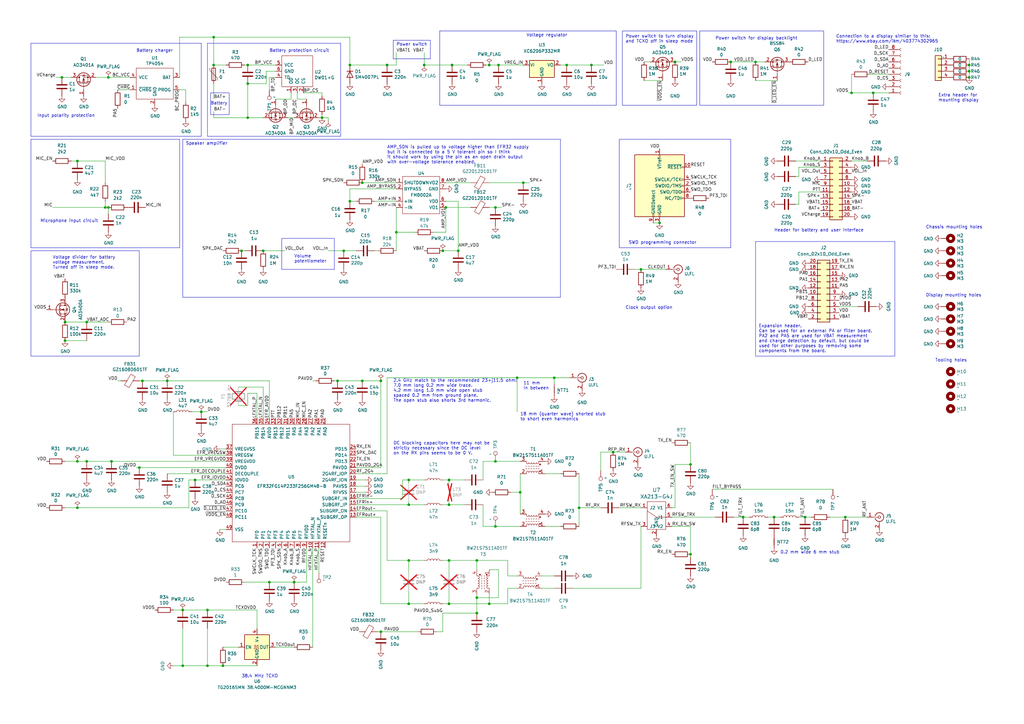
<source format=kicad_sch>
(kicad_sch (version 20231120) (generator "eeschema") (generator_version "8.0")
  (paper "A3")
  (junction (at 101.6 48.26))
  (junction (at 349.25 38.1))
  (junction (at 31.75 208.28))
  (junction (at 262.89 110.49))
  (junction (at 203.2 85.09))
  (junction (at 184.15 247.65))
  (junction (at 184.15 196.85))
  (junction (at 270.51 91.44))
  (junction (at 35.56 132.08))
  (junction (at 156.21 156.21))
  (junction (at 330.2 212.09))
  (junction (at 195.58 229.87))
  (junction (at 195.58 251.46))
  (junction (at 87.63 26.67))
  (junction (at 185.42 26.67))
  (junction (at 397.51 26.67))
  (junction (at 57.15 191.77))
  (junction (at 44.45 31.75))
  (junction (at 299.72 25.4))
  (junction (at 181.61 102.87))
  (junction (at 200.66 26.67))
  (junction (at 35.56 189.23))
  (junction (at 237.49 208.28))
  (junction (at 187.96 102.87))
  (junction (at 227.33 154.94))
  (junction (at 31.75 189.23))
  (junction (at 101.6 34.29))
  (junction (at 276.86 25.4))
  (junction (at 68.58 156.21))
  (junction (at 31.75 66.04))
  (junction (at 182.88 85.09))
  (junction (at 74.93 250.19))
  (junction (at 85.09 250.19))
  (junction (at 251.46 185.42))
  (junction (at 173.99 26.67))
  (junction (at 156.21 259.08))
  (junction (at 358.14 38.1))
  (junction (at 143.51 82.55))
  (junction (at 110.49 238.76))
  (junction (at 99.06 102.87))
  (junction (at 58.42 156.21))
  (junction (at 203.2 215.9))
  (junction (at 140.97 102.87))
  (junction (at 148.59 74.93))
  (junction (at 242.57 26.67))
  (junction (at 132.08 48.26))
  (junction (at 195.58 245.11))
  (junction (at 91.44 273.05))
  (junction (at 162.56 95.25))
  (junction (at 107.95 102.87))
  (junction (at 213.36 201.93))
  (junction (at 346.71 212.09))
  (junction (at 167.64 207.01))
  (junction (at 232.41 26.67))
  (junction (at 317.5 212.09))
  (junction (at 82.55 168.91))
  (junction (at 43.18 85.09))
  (junction (at 25.4 31.75))
  (junction (at 167.64 196.85))
  (junction (at 184.15 229.87))
  (junction (at 74.93 273.05))
  (junction (at 45.72 189.23))
  (junction (at 167.64 247.65))
  (junction (at 200.66 247.65))
  (junction (at 283.21 227.33))
  (junction (at 304.8 212.09))
  (junction (at 309.88 25.4))
  (junction (at 138.43 156.21))
  (junction (at 397.51 29.21))
  (junction (at 204.47 26.67))
  (junction (at 143.51 26.67))
  (junction (at 26.67 139.7))
  (junction (at 120.65 238.76))
  (junction (at 167.64 229.87))
  (junction (at 148.59 156.21))
  (junction (at 184.15 207.01))
  (junction (at 203.2 189.23))
  (junction (at 214.63 74.93))
  (junction (at 80.01 196.85))
  (junction (at 101.6 26.67))
  (junction (at 87.63 15.24))
  (junction (at 26.67 132.08))
  (junction (at 44.45 85.09))
  (junction (at 85.09 273.05))
  (junction (at 397.51 31.75))
  (junction (at 283.21 190.5))
  (junction (at 212.09 154.94))
  (junction (at 158.75 26.67))
  (wire (pts (xy 222.25 236.22) (xy 227.33 236.22)))
  (wire (pts (xy 275.59 212.09) (xy 293.37 212.09)))
  (wire (pts (xy 283.21 215.9) (xy 275.59 215.9)))
  (wire (pts (xy 203.2 215.9) (xy 213.36 215.9)))
  (wire (pts (xy 120.65 265.43) (xy 113.03 265.43)))
  (wire (pts (xy 22.86 31.75) (xy 25.4 31.75)))
  (polyline (pts (xy 12.7 57.15) (xy 73.66 57.15)))
  (wire (pts (xy 246.38 193.04) (xy 246.38 185.42)))
  (polyline (pts (xy 82.55 17.78) (xy 82.55 55.88)))
  (wire (pts (xy 39.37 31.75) (xy 44.45 31.75)))
  (polyline (pts (xy 180.34 43.18) (xy 252.73 43.18)))
  (wire (pts (xy 146.05 204.47) (xy 165.1 204.47)))
  (wire (pts (xy 283.21 181.61) (xy 283.21 190.5)))
  (wire (pts (xy 110.49 238.76) (xy 120.65 238.76)))
  (wire (pts (xy 35.56 189.23) (xy 45.72 189.23)))
  (wire (pts (xy 349.25 66.04) (xy 355.6 66.04)))
  (wire (pts (xy 143.51 77.47) (xy 162.56 77.47)))
  (wire (pts (xy 184.15 207.01) (xy 190.5 207.01)))
  (wire (pts (xy 242.57 26.67) (xy 247.65 26.67)))
  (wire (pts (xy 182.88 74.93) (xy 193.04 74.93)))
  (wire (pts (xy 227.33 154.94) (xy 233.68 154.94)))
  (wire (pts (xy 276.86 190.5) (xy 283.21 190.5)))
  (wire (pts (xy 344.17 125.73) (xy 351.79 125.73)))
  (wire (pts (xy 204.47 26.67) (xy 214.63 26.67)))
  (wire (pts (xy 204.47 233.68) (xy 204.47 245.11)))
  (wire (pts (xy 143.51 15.24) (xy 87.63 15.24)))
  (wire (pts (xy 138.43 156.21) (xy 137.16 156.21)))
  (wire (pts (xy 234.95 241.3) (xy 262.89 241.3)))
  (wire (pts (xy 162.56 95.25) (xy 170.18 95.25)))
  (wire (pts (xy 140.97 102.87) (xy 146.05 102.87)))
  (wire (pts (xy 105.41 161.29) (xy 105.41 171.45)))
  (wire (pts (xy 143.51 82.55) (xy 146.05 82.55)))
  (wire (pts (xy 167.64 229.87) (xy 167.64 234.95)))
  (wire (pts (xy 167.64 198.12) (xy 167.64 196.85)))
  (wire (pts (xy 134.62 49.53) (xy 134.62 48.26)))
  (wire (pts (xy 182.88 85.09) (xy 193.04 85.09)))
  (wire (pts (xy 148.59 74.93) (xy 162.56 74.93)))
  (wire (pts (xy 195.58 251.46) (xy 181.61 251.46)))
  (wire (pts (xy 167.64 205.74) (xy 167.64 207.01)))
  (wire (pts (xy 68.58 156.21) (xy 110.49 156.21)))
  (wire (pts (xy 125.73 238.76) (xy 120.65 238.76)))
  (wire (pts (xy 181.61 229.87) (xy 184.15 229.87)))
  (wire (pts (xy 58.42 156.21) (xy 68.58 156.21)))
  (wire (pts (xy 165.1 196.85) (xy 167.64 196.85)))
  (wire (pts (xy 304.8 212.09) (xy 307.34 212.09)))
  (wire (pts (xy 179.07 259.08) (xy 181.61 259.08)))
  (wire (pts (xy 237.49 208.28) (xy 246.38 208.28)))
  (wire (pts (xy 200.66 243.84) (xy 200.66 247.65)))
  (wire (pts (xy 156.21 156.21) (xy 156.21 191.77)))
  (wire (pts (xy 232.41 26.67) (xy 242.57 26.67)))
  (wire (pts (xy 200.66 247.65) (xy 208.28 247.65)))
  (wire (pts (xy 182.88 95.25) (xy 177.8 95.25)))
  (wire (pts (xy 198.12 196.85) (xy 198.12 189.23)))
  (wire (pts (xy 200.66 233.68) (xy 204.47 233.68)))
  (wire (pts (xy 262.89 110.49) (xy 273.05 110.49)))
  (wire (pts (xy 358.14 38.1) (xy 364.49 38.1)))
  (wire (pts (xy 138.43 156.21) (xy 148.59 156.21)))
  (wire (pts (xy 397.51 26.67) (xy 397.51 29.21)))
  (wire (pts (xy 347.98 38.1) (xy 349.25 38.1)))
  (wire (pts (xy 181.61 102.87) (xy 187.96 102.87)))
  (wire (pts (xy 185.42 26.67) (xy 191.77 26.67)))
  (wire (pts (xy 156.21 191.77) (xy 146.05 191.77)))
  (wire (pts (xy 101.6 34.29) (xy 101.6 48.26)))
  (polyline (pts (xy 74.93 121.92) (xy 74.93 57.15)))
  (wire (pts (xy 173.99 26.67) (xy 185.42 26.67)))
  (wire (pts (xy 85.09 250.19) (xy 105.41 250.19)))
  (wire (pts (xy 125.73 224.79) (xy 125.73 238.76)))
  (wire (pts (xy 76.2 36.83) (xy 73.66 36.83)))
  (wire (pts (xy 130.81 234.95) (xy 130.81 224.79)))
  (wire (pts (xy 212.09 236.22) (xy 208.28 236.22)))
  (wire (pts (xy 212.09 154.94) (xy 212.09 168.91)))
  (wire (pts (xy 146.05 199.39) (xy 149.86 199.39)))
  (wire (pts (xy 251.46 185.42) (xy 256.54 185.42)))
  (wire (pts (xy 116.84 102.87) (xy 107.95 102.87)))
  (wire (pts (xy 200.66 26.67) (xy 204.47 26.67)))
  (polyline (pts (xy 229.87 57.15) (xy 229.87 121.92)))
  (wire (pts (xy 165.1 196.85) (xy 165.1 204.47)))
  (wire (pts (xy 44.45 87.63) (xy 44.45 85.09)))
  (wire (pts (xy 246.38 185.42) (xy 251.46 185.42)))
  (wire (pts (xy 336.55 66.04) (xy 326.39 66.04)))
  (wire (pts (xy 156.21 247.65) (xy 167.64 247.65)))
  (wire (pts (xy 45.72 189.23) (xy 92.71 189.23)))
  (wire (pts (xy 200.66 85.09) (xy 203.2 85.09)))
  (wire (pts (xy 154.94 259.08) (xy 156.21 259.08)))
  (wire (pts (xy 21.59 85.09) (xy 43.18 85.09)))
  (wire (pts (xy 87.63 15.24) (xy 73.66 15.24)))
  (wire (pts (xy 264.16 25.4) (xy 266.7 25.4)))
  (wire (pts (xy 167.64 207.01) (xy 173.99 207.01)))
  (wire (pts (xy 167.64 247.65) (xy 167.64 242.57)))
  (wire (pts (xy 184.15 205.74) (xy 184.15 207.01)))
  (wire (pts (xy 71.12 186.69) (xy 92.71 186.69)))
  (wire (pts (xy 184.15 247.65) (xy 200.66 247.65)))
  (wire (pts (xy 146.05 196.85) (xy 149.86 196.85)))
  (wire (pts (xy 148.59 156.21) (xy 156.21 156.21)))
  (wire (pts (xy 71.12 250.19) (xy 74.93 250.19)))
  (wire (pts (xy 91.44 273.05) (xy 105.41 273.05)))
  (wire (pts (xy 119.38 40.64) (xy 113.03 40.64)))
  (wire (pts (xy 105.41 257.81) (xy 105.41 250.19)))
  (wire (pts (xy 195.58 243.84) (xy 195.58 245.11)))
  (wire (pts (xy 134.62 48.26) (xy 132.08 48.26)))
  (wire (pts (xy 167.64 196.85) (xy 173.99 196.85)))
  (wire (pts (xy 43.18 82.55) (xy 43.18 85.09)))
  (wire (pts (xy 397.51 29.21) (xy 397.51 31.75)))
  (wire (pts (xy 68.58 194.31) (xy 92.71 194.31)))
  (wire (pts (xy 283.21 215.9) (xy 283.21 227.33)))
  (wire (pts (xy 184.15 242.57) (xy 184.15 247.65)))
  (wire (pts (xy 35.56 132.08) (xy 26.67 132.08)))
  (wire (pts (xy 299.72 25.4) (xy 309.88 25.4)))
  (wire (pts (xy 85.09 257.81) (xy 85.09 273.05)))
  (polyline (pts (xy 12.7 101.6) (xy 12.7 57.15)))
  (wire (pts (xy 156.21 259.08) (xy 171.45 259.08)))
  (wire (pts (xy 184.15 229.87) (xy 195.58 229.87)))
  (wire (pts (xy 314.96 212.09) (xy 317.5 212.09)))
  (wire (pts (xy 162.56 85.09) (xy 162.56 95.25)))
  (polyline (pts (xy 139.7 17.78) (xy 139.7 55.88)))
  (wire (pts (xy 118.11 48.26) (xy 120.65 48.26)))
  (wire (pts (xy 101.6 48.26) (xy 87.63 48.26)))
  (wire (pts (xy 87.63 40.64) (xy 87.63 34.29)))
  (wire (pts (xy 110.49 238.76) (xy 100.33 238.76)))
  (wire (pts (xy 267.97 91.44) (xy 270.51 91.44)))
  (wire (pts (xy 237.49 208.28) (xy 237.49 215.9)))
  (wire (pts (xy 80.01 196.85) (xy 92.71 196.85)))
  (wire (pts (xy 336.55 68.58) (xy 327.66 68.58)))
  (wire (pts (xy 31.75 66.04) (xy 43.18 66.04)))
  (wire (pts (xy 134.62 102.87) (xy 140.97 102.87)))
  (polyline (pts (xy 73.66 101.6) (xy 12.7 101.6)))
  (wire (pts (xy 71.12 168.91) (xy 71.12 186.69)))
  (wire (pts (xy 275.59 208.28) (xy 276.86 208.28)))
  (wire (pts (xy 110.49 31.75) (xy 113.03 31.75)))
  (polyline (pts (xy 85.09 55.88) (xy 85.09 17.78)))
  (wire (pts (xy 262.89 215.9) (xy 262.89 241.3)))
  (wire (pts (xy 143.51 82.55) (xy 143.51 77.47)))
  (wire (pts (xy 107.95 158.75) (xy 97.79 158.75)))
  (wire (pts (xy 317.5 212.09) (xy 320.04 212.09)))
  (wire (pts (xy 327.66 83.82) (xy 327.66 78.74)))
  (wire (pts (xy 158.75 209.55) (xy 158.75 229.87)))
  (wire (pts (xy 31.75 66.04) (xy 29.21 66.04)))
  (wire (pts (xy 119.38 38.1) (xy 119.38 40.64)))
  (wire (pts (xy 340.36 212.09) (xy 346.71 212.09)))
  (polyline (pts (xy 85.09 17.78) (xy 139.7 17.78)))
  (wire (pts (xy 132.08 38.1) (xy 132.08 39.37)))
  (wire (pts (xy 85.09 273.05) (xy 91.44 273.05)))
  (wire (pts (xy 158.75 154.94) (xy 212.09 154.94)))
  (wire (pts (xy 173.99 247.65) (xy 167.64 247.65)))
  (wire (pts (xy 292.1 200.66) (xy 341.63 200.66)))
  (wire (pts (xy 213.36 201.93) (xy 213.36 210.82)))
  (wire (pts (xy 110.49 171.45) (xy 110.49 156.21)))
  (wire (pts (xy 349.25 38.1) (xy 349.25 30.48)))
  (wire (pts (xy 209.55 201.93) (xy 213.36 201.93)))
  (polyline (pts (xy 229.87 121.92) (xy 74.93 121.92)))
  (wire (pts (xy 181.61 251.46) (xy 181.61 259.08)))
  (wire (pts (xy 173.99 21.59) (xy 173.99 26.67)))
  (wire (pts (xy 107.95 171.45) (xy 107.95 158.75)))
  (wire (pts (xy 153.67 102.87) (xy 154.94 102.87)))
  (wire (pts (xy 300.99 212.09) (xy 304.8 212.09)))
  (wire (pts (xy 327.66 212.09) (xy 330.2 212.09)))
  (wire (pts (xy 162.56 21.59) (xy 162.56 26.67)))
  (wire (pts (xy 87.63 26.67) (xy 87.63 15.24)))
  (wire (pts (xy 227.33 157.48) (xy 227.33 154.94)))
  (wire (pts (xy 195.58 233.68) (xy 195.58 229.87)))
  (wire (pts (xy 97.79 166.37) (xy 101.6 166.37)))
  (wire (pts (xy 77.47 196.85) (xy 80.01 196.85)))
  (wire (pts (xy 355.6 212.09) (xy 346.71 212.09)))
  (wire (pts (xy 200.66 74.93) (xy 214.63 74.93)))
  (wire (pts (xy 26.67 139.7) (xy 35.56 139.7)))
  (wire (pts (xy 146.05 201.93) (xy 149.86 201.93)))
  (wire (pts (xy 71.12 273.05) (xy 74.93 273.05)))
  (wire (pts (xy 327.66 78.74) (xy 336.55 78.74)))
  (wire (pts (xy 26.67 189.23) (xy 31.75 189.23)))
  (wire (pts (xy 143.51 26.67) (xy 158.75 26.67)))
  (wire (pts (xy 203.2 189.23) (xy 213.36 189.23)))
  (wire (pts (xy 100.33 102.87) (xy 99.06 102.87)))
  (wire (pts (xy 73.66 15.24) (xy 73.66 31.75)))
  (wire (pts (xy 85.09 250.19) (xy 74.93 250.19)))
  (wire (pts (xy 109.22 34.29) (xy 101.6 34.29)))
  (wire (pts (xy 162.56 95.25) (xy 162.56 102.87)))
  (wire (pts (xy 208.28 241.3) (xy 212.09 241.3)))
  (wire (pts (xy 309.88 25.4) (xy 313.69 25.4)))
  (wire (pts (xy 25.4 31.75) (xy 29.21 31.75)))
  (wire (pts (xy 184.15 229.87) (xy 184.15 234.95)))
  (wire (pts (xy 327.66 72.39) (xy 327.66 68.58)))
  (wire (pts (xy 326.39 72.39) (xy 327.66 72.39)))
  (wire (pts (xy 309.88 33.02) (xy 318.77 33.02)))
  (wire (pts (xy 208.28 247.65) (xy 208.28 241.3)))
  (wire (pts (xy 57.15 191.77) (xy 55.88 191.77)))
  (wire (pts (xy 153.67 82.55) (xy 162.56 82.55)))
  (wire (pts (xy 101.6 161.29) (xy 105.41 161.29)))
  (wire (pts (xy 356.87 30.48) (xy 364.49 30.48)))
  (wire (pts (xy 182.88 85.09) (xy 182.88 95.25)))
  (wire (pts (xy 113.03 29.21) (xy 109.22 29.21)))
  (wire (pts (xy 43.18 74.93) (xy 43.18 66.04)))
  (wire (pts (xy 107.95 48.26) (xy 101.6 48.26)))
  (wire (pts (xy 158.75 154.94) (xy 158.75 194.31)))
  (wire (pts (xy 76.2 41.91) (xy 76.2 36.83)))
  (wire (pts (xy 276.86 25.4) (xy 279.4 25.4)))
  (wire (pts (xy 260.35 110.49) (xy 262.89 110.49)))
  (wire (pts (xy 35.56 132.08) (xy 44.45 132.08)))
  (wire (pts (xy 74.93 273.05) (xy 85.09 273.05)))
  (wire (pts (xy 121.92 38.1) (xy 121.92 40.64)))
  (polyline (pts (xy 12.7 17.78) (xy 82.55 17.78)))
  (wire (pts (xy 158.75 26.67) (xy 162.56 26.67)))
  (wire (pts (xy 198.12 215.9) (xy 203.2 215.9)))
  (wire (pts (xy 109.22 29.21) (xy 109.22 34.29)))
  (wire (pts (xy 212.09 154.94) (xy 227.33 154.94)))
  (wire (pts (xy 198.12 207.01) (xy 198.12 215.9)))
  (polyline (pts (xy 139.7 55.88) (xy 85.09 55.88)))
  (wire (pts (xy 264.16 33.02) (xy 271.78 33.02)))
  (wire (pts (xy 229.87 26.67) (xy 232.41 26.67)))
  (wire (pts (xy 158.75 229.87) (xy 167.64 229.87)))
  (wire (pts (xy 195.58 245.11) (xy 204.47 245.11)))
  (wire (pts (xy 124.46 38.1) (xy 132.08 38.1)))
  (wire (pts (xy 187.96 102.87) (xy 187.96 82.55)))
  (wire (pts (xy 167.64 207.01) (xy 146.05 207.01)))
  (wire (pts (xy 199.39 26.67) (xy 200.66 26.67)))
  (wire (pts (xy 91.44 265.43) (xy 97.79 265.43)))
  (wire (pts (xy 156.21 212.09) (xy 156.21 247.65)))
  (wire (pts (xy 195.58 245.11) (xy 195.58 251.46)))
  (wire (pts (xy 156.21 212.09) (xy 146.05 212.09)))
  (wire (pts (xy 222.25 241.3) (xy 227.33 241.3)))
  (wire (pts (xy 184.15 198.12) (xy 184.15 196.85)))
  (wire (pts (xy 82.55 168.91) (xy 85.09 168.91)))
  (polyline (pts (xy 82.55 55.88) (xy 12.7 55.88)))
  (wire (pts (xy 74.93 257.81) (xy 74.93 273.05)))
  (wire (pts (xy 132.08 46.99) (xy 132.08 48.26)))
  (wire (pts (xy 158.75 194.31) (xy 146.05 194.31)))
  (wire (pts (xy 31.75 189.23) (xy 35.56 189.23)))
  (wire (pts (xy 187.96 82.55) (xy 182.88 82.55)))
  (wire (pts (xy 90.17 217.17) (xy 92.71 217.17)))
  (wire (pts (xy 48.26 36.83) (xy 53.34 36.83)))
  (wire (pts (xy 181.61 247.65) (xy 184.15 247.65)))
  (wire (pts (xy 110.49 36.83) (xy 110.49 31.75)))
  (wire (pts (xy 276.86 208.28) (xy 276.86 190.5)))
  (wire (pts (xy 57.15 191.77) (xy 92.71 191.77)))
  (polyline (pts (xy 12.7 55.88) (xy 12.7 17.78)))
  (wire (pts (xy 143.51 26.67) (xy 143.51 15.24)))
  (wire (pts (xy 214.63 74.93) (xy 217.17 74.93)))
  (wire (pts (xy 58.42 156.21) (xy 57.15 156.21)))
  (wire (pts (xy 101.6 166.37) (xy 101.6 161.29)))
  (wire (pts (xy 198.12 189.23) (xy 203.2 189.23)))
  (polyline (pts (xy 73.66 57.15) (xy 73.66 101.6)))
  (wire (pts (xy 121.92 40.64) (xy 125.73 40.64)))
  (wire (pts (xy 158.75 209.55) (xy 146.05 209.55)))
  (wire (pts (xy 203.2 85.09) (xy 205.74 85.09)))
  (wire (pts (xy 223.52 194.31) (xy 229.87 194.31)))
  (wire (pts (xy 397.51 24.13) (xy 397.51 26.67)))
  (wire (pts (xy 223.52 215.9) (xy 229.87 215.9)))
  (wire (pts (xy 184.15 207.01) (xy 181.61 207.01)))
  (wire (pts (xy 262.89 208.28) (xy 254 208.28)))
  (polyline (pts (xy 74.93 57.15) (xy 229.87 57.15)))
  (wire (pts (xy 92.71 26.67) (xy 87.63 26.67)))
  (wire (pts (xy 208.28 229.87) (xy 195.58 229.87)))
  (wire (pts (xy 26.67 208.28) (xy 31.75 208.28)))
  (wire (pts (xy 48.26 156.21) (xy 49.53 156.21)))
  (wire (pts (xy 184.15 196.85) (xy 181.61 196.85)))
  (wire (pts (xy 208.28 236.22) (xy 208.28 229.87)))
  (polyline (pts (xy 252.73 12.7) (xy 180.34 12.7)))
  (wire (pts (xy 283.21 227.33) (xy 283.21 228.6)))
  (wire (pts (xy 53.34 31.75) (xy 44.45 31.75)))
  (wire (pts (xy 213.36 194.31) (xy 213.36 201.93)))
  (wire (pts (xy 101.6 26.67) (xy 113.03 26.67)))
  (wire (pts (xy 173.99 229.87) (xy 167.64 229.87)))
  (wire (pts (xy 132.08 48.26) (xy 130.81 48.26)))
  (wire (pts (xy 349.25 38.1) (xy 358.14 38.1)))
  (polyline (pts (xy 252.73 43.18) (xy 252.73 12.7)))
  (wire (pts (xy 128.27 156.21) (xy 129.54 156.21)))
  (wire (pts (xy 330.2 212.09) (xy 332.74 212.09)))
  (wire (pts (xy 184.15 196.85) (xy 190.5 196.85)))
  (wire (pts (xy 77.47 208.28) (xy 77.47 196.85)))
  (wire (pts (xy 326.39 83.82) (xy 327.66 83.82)))
  (wire (pts (xy 237.49 194.31) (xy 237.49 208.28)))
  (polyline (pts (xy 180.34 12.7) (xy 180.34 43.18)))
  (wire (pts (xy 31.75 208.28) (xy 77.47 208.28)))
  (wire (pts (xy 100.33 26.67) (xy 101.6 26.67)))
  (wire (pts (xy 90.17 184.15) (xy 92.71 184.15)))
  (wire (pts (xy 128.27 265.43) (xy 128.27 224.79)))
  (wire (pts (xy 82.55 168.91) (xy 78.74 168.91)))
  (wire (pts (xy 43.18 85.09) (xy 44.45 85.09)))
  (wire (pts (xy 87.63 48.26) (xy 87.63 45.72)))
  (rectangle (start 309.88 99.06) (end 367.03 146.05))
  (rectangle (start 287.02 12.7) (end 337.82 43.18))
  (rectangle (start 255.27 12.7) (end 285.75 43.18))
  (rectangle (start 12.7 102.87) (end 57.15 146.05))
  (rectangle (start 254 57.15) (end 299.72 101.6))
  (rectangle (start 115.57 97.79) (end 137.16 110.49))
  (rectangle (start 86.36 38.1) (end 93.98 46.99))
  (rectangle (start 161.29 16.51) (end 176.53 24.13))
  (text "Voltage regulator" (at 215.9 15.24 0) (effects (font (size 1.27 1.27)) (justify left bottom)))
  (text "SWD programming connector" (at 257.81 100.33 0) (effects (font (size 1.27 1.27)) (justify left bottom)))
  (text "Battery protection circuit" (at 110.49 21.59 0) (effects (font (size 1.27 1.27)) (justify left bottom)))
  (text "Header for battery and user interface" (at 317.5 95.25 0) (effects (font (size 1.27 1.27)) (justify left bottom)))
  (text "Input polarity protection" (at 15.24 48.26 0) (effects (font (size 1.27 1.27)) (justify left bottom)))
  (text "11 mm\nin between" (at 214.63 160.02 0) (effects (font (size 1.27 1.27)) (justify left bottom)))
  (text "Tooling holes" (at 383.54 148.59 0) (effects (font (size 1.27 1.27)) (justify left bottom)))
  (text "AMP_SDN is pulled up to voltage higher than EFR32 supply\nbut it is connected to a 5 V tolerant pin so I think\nit should work by using the pin as an open drain output\nwith over-voltage tolerance enabled." (at 158.75 67.31 0) (effects (font (size 1.27 1.27)) (justify left bottom)))
  (text "DC blocking capacitors here may not be\nstrictly necessary since the DC level\non the RX pins seems to be 0 V." (at 161.29 186.69 0) (effects (font (size 1.27 1.27)) (justify left bottom)))
  (text "38.4 MHz TCXO" (at 99.06 278.13 0) (effects (font (size 1.27 1.27)) (justify left bottom)))
  (text "Battery charger" (at 55.88 21.59 0) (effects (font (size 1.27 1.27)) (justify left bottom)))
  (text "Battery" (at 86.36 43.18 0) (effects (font (size 1.27 1.27)) (justify left bottom)))
  (text "Display mounting holes" (at 379.73 121.92 0) (effects (font (size 1.27 1.27)) (justify left bottom)))
  (text "Volume\npotentiometer" (at 120.65 107.95 0) (effects (font (size 1.27 1.27)) (justify left bottom)))
  (text "Speaker amplifier" (at 76.2 59.69 0) (effects (font (size 1.27 1.27)) (justify left bottom)))
  (text "0.2 mm wide 6 mm stub" (at 320.04 227.33 0) (effects (font (size 1.27 1.27)) (justify left bottom)))
  (text "Power switch" (at 162.56 19.05 0) (effects (font (size 1.27 1.27)) (justify left bottom)))
  (text "Connection to a display similar to this:\nhttps://www.ebay.com/itm/403774302965" (at 342.9 17.78 0) (effects (font (size 1.27 1.27)) (justify left bottom)))
  (text "Clock output option" (at 256.54 127 0) (effects (font (size 1.27 1.27)) (justify left bottom)))
  (text "Microphone input circuit" (at 16.51 91.44 0) (effects (font (size 1.27 1.27)) (justify left bottom)))
  (text "Chassis mounting holes" (at 379.73 93.98 0) (effects (font (size 1.27 1.27)) (justify left bottom)))
  (text "2.4 GHz match to the recommended 23+j11.5 ohm:\n7.0 mm long 0.2 mm wide trace.\n4.2 mm long 1.0 mm wide open stub\nspaced 0.2 mm from ground plane.\nThe open stub also shorts 3rd harmonic." (at 161.29 165.1 0) (effects (font (size 1.27 1.27)) (justify left bottom)))
  (text "Voltage divider for battery\nvoltage measurement.\nTurned off in sleep mode." (at 21.59 110.49 0) (effects (font (size 1.27 1.27)) (justify left bottom)))
  (text "Extra header for\nmounting display" (at 384.81 41.91 0) (effects (font (size 1.27 1.27)) (justify left bottom)))
  (text "18 mm (quarter wave) shorted stub\nto short even harmonics" (at 213.36 172.72 0) (effects (font (size 1.27 1.27)) (justify left bottom)))
  (text "Power switch to turn display\nand TCXO off in sleep mode" (at 256.54 17.78 0) (effects (font (size 1.27 1.27)) (justify left bottom)))
  (text "Power switch for display backlight" (at 293.37 16.51 0) (effects (font (size 1.27 1.27)) (justify left bottom)))
  (text "Expansion header.\nCan be used for an external PA or filter board.\nPA2 and PA5 are used for VBAT measurement\nand charge detection by default, but could be\nused for other purposes by removing some\ncomponents from the board." (at 311.15 144.78 0) (effects (font (size 1.27 1.27)) (justify left bottom)))
  (label "D_CS" (at 364.49 33.02 180))
  (label "EFR_VREGVDD" (at 92.71 189.23 180))
  (label "PTT" (at 336.55 78.74 180))
  (label "PA1" (at 331.47 115.57 180))
  (label "BAT-" (at 87.63 45.72 0))
  (label "RX_EN_SW" (at 275.59 215.9 0))
  (label "VOL_Out" (at 116.84 102.87 0))
  (label "EFRin-" (at 146.05 204.47 0))
  (label "D_SDA" (at 92.71 199.39 180))
  (label "LFXTAL_N" (at 107.95 171.45 90))
  (label "~{D_LED_EN}" (at 318.77 33.02 270))
  (label "VDD" (at 48.26 156.21 180))
  (label "D_AO" (at 92.71 207.01 180))
  (label "SPK-" (at 205.74 85.09 0))
  (label "SPK_DAC" (at 146.05 186.69 0))
  (label "AMP+IN" (at 162.56 82.55 180))
  (label "DVDD" (at 344.17 123.19 0))
  (label "VDD" (at 247.65 26.67 0))
  (label "VDDS" (at 344.17 125.73 0))
  (label "VDDS" (at 63.5 250.19 180))
  (label "TX_EN" (at 146.05 189.23 0))
  (label "BC_VCC" (at 53.34 31.75 180))
  (label "AMP_VDD" (at 148.59 67.31 0))
  (label "VREG_IN" (at 214.63 26.67 180))
  (label "AMP_VDD" (at 187.96 101.6 0))
  (label "PTT" (at 113.03 171.45 90))
  (label "BP_MID" (at 120.65 48.26 270))
  (label "Knob_A" (at 336.55 66.04 180))
  (label "PAVDD_SubG" (at 181.61 251.46 180))
  (label "RF_2G4" (at 146.05 194.31 0))
  (label "TX_EN_SW" (at 276.86 190.5 270))
  (label "D_SDA" (at 364.49 25.4 180))
  (label "SWDIO_TMS" (at 107.95 224.79 270))
  (label "BP_OC" (at 121.92 40.64 270))
  (label "SWCLK_TCK" (at 105.41 224.79 270))
  (label "EFR_AVDD" (at 110.49 171.45 90))
  (label "MIC_IN" (at 59.69 85.09 0))
  (label "EFR_IOVDD" (at 92.71 196.85 180))
  (label "PA2" (at 344.17 115.57 0))
  (label "MIC_EN" (at 21.59 66.04 180))
  (label "BP_VCC" (at 111.76 26.67 180))
  (label "PA5" (at 344.17 118.11 0))
  (label "VDD_LED" (at 300.99 25.4 0))
  (label "SPK-" (at 349.25 81.28 0))
  (label "PB12" (at 115.57 171.45 90))
  (label "VDDS" (at 279.4 25.4 0))
  (label "EFRout-" (at 146.05 209.55 0))
  (label "PB11" (at 331.47 120.65 180))
  (label "EFR_VREGSW" (at 92.71 186.69 180))
  (label "MIC_EN" (at 125.73 171.45 90))
  (label "VBAT" (at 173.99 102.87 180))
  (label "AMP-IN" (at 162.56 85.09 180))
  (label "VOL_In" (at 349.25 71.12 0))
  (label "VOL_In" (at 134.62 102.87 180))
  (label "SWO_TDO" (at 283.21 78.74 0))
  (label "D_SCK" (at 92.71 204.47 180))
  (label "FILT_BYPASS" (at 292.1 200.66 0))
  (label "FILT_ANT" (at 330.2 212.09 90))
  (label "VBAT" (at 26.67 114.3 180))
  (label "VDD" (at 344.17 128.27 0))
  (label "VDD" (at 19.05 189.23 180))
  (label "MIC" (at 21.59 85.09 180))
  (label "MIC" (at 336.55 76.2 180))
  (label "LFXTAL_P" (at 105.41 171.45 90))
  (label "RFP_RX" (at 256.54 185.42 180))
  (label "RESET" (at 283.21 68.58 0))
  (label "PAVDD_2G4" (at 146.05 191.77 0))
  (label "VOL_Out" (at 336.55 71.12 180))
  (label "BC_PROG" (at 73.66 36.83 270))
  (label "EFRout+" (at 146.05 212.09 0))
  (label "VDD" (at 270.51 60.96 180))
  (label "VBAT" (at 173.99 21.59 180))
  (label "MIC_VDD" (at 43.18 66.04 0))
  (label "SWO_TDO" (at 110.49 224.79 270))
  (label "VDD" (at 264.16 25.4 180))
  (label "RFSW_TX" (at 262.89 215.9 180))
  (label "~{VDDS_EN}" (at 92.71 212.09 180))
  (label "SWDIO_TMS" (at 283.21 76.2 0))
  (label "SPK_SDN" (at 115.57 224.79 270))
  (label "PB11" (at 118.11 171.45 90))
  (label "PAVDD" (at 157.48 259.08 0))
  (label "PA5" (at 48.26 44.45 270))
  (label "RX_EN" (at 275.59 227.33 180))
  (label "RFSW_TRX" (at 275.59 212.09 0))
  (label "RF_ANT" (at 355.6 212.09 90))
  (label "RESET" (at 133.35 224.79 270))
  (label "SPK+" (at 217.17 74.93 0))
  (label "PB12" (at 331.47 123.19 180))
  (label "BAT+" (at 336.55 86.36 180))
  (label "Knob_S" (at 123.19 224.79 270))
  (label "SPK_DAC" (at 91.44 102.87 180))
  (label "VDD" (at 147.32 259.08 180))
  (label "HFXTAL_N" (at 128.27 224.79 270))
  (label "VCharge" (at 22.86 31.75 180))
  (label "BAT+" (at 87.63 40.64 0))
  (label "DVDD" (at 55.88 191.77 180))
  (label "D_LED" (at 331.47 25.4 0))
  (label "VBAT_ADC" (at 35.56 132.08 0))
  (label "VBAT1" (at 162.56 21.59 0))
  (label "PA0" (at 133.35 171.45 90))
  (label "D_SCK" (at 364.49 22.86 180))
  (label "Knob_A" (at 118.11 224.79 270))
  (label "Knob_S" (at 336.55 68.58 180))
  (label "Knob_B" (at 349.25 66.04 0))
  (label "MIC_IN" (at 123.19 171.45 90))
  (label "~{D_LED_EN}" (at 92.71 209.55 180))
  (label "D_LED" (at 364.49 20.32 180))
  (label "PF3_TDI" (at 113.03 224.79 270))
  (label "CLKOUT" (at 273.05 110.49 180))
  (label "BP_TD" (at 113.03 31.75 270))
  (label "PF3_TDI" (at 252.73 110.49 180))
  (label "AMP_SDN" (at 162.56 74.93 180))
  (label "RFVDD" (at 125.73 224.79 270))
  (label "DVDD" (at 85.09 168.91 0))
  (label "PF3_TDI" (at 290.83 81.28 0))
  (label "VBAT" (at 331.47 130.81 180))
  (label "EFR_DECOUPLE" (at 92.71 194.31 180))
  (label "SPK_SDN" (at 140.97 74.93 180))
  (label "VBAT" (at 344.17 130.81 0))
  (label "RF_RX" (at 240.03 208.28 0))
  (label "EFRin+" (at 146.05 207.01 0))
  (label "BAT-" (at 349.25 86.36 0))
  (label "SPK+" (at 336.55 81.28 180))
  (label "~{VDDS_EN}" (at 271.78 33.02 270))
  (label "BP_OD" (at 118.11 40.64 270))
  (label "SWCLK_TCK" (at 283.21 73.66 0))
  (label "Knob_B" (at 120.65 224.79 270))
  (label "VDD" (at 292.1 25.4 180))
  (label "VDDS" (at 19.05 127 180))
  (label "RFSW_RX" (at 262.89 208.28 180))
  (label "TCXOout" (at 113.03 265.43 0))
  (label "PA2" (at 128.27 171.45 90))
  (label "PA5" (at 120.65 171.45 90))
  (label "TX_EN" (at 275.59 181.61 180))
  (label "PA2" (at 52.07 132.08 0))
  (label "D_CS" (at 92.71 201.93 180))
  (label "VBAT1" (at 336.55 83.82 180))
  (label "BP_CS" (at 124.46 38.1 0))
  (label "RX_EN" (at 344.17 110.49 0))
  (label "RX_EN" (at 146.05 184.15 0))
  (label "D_AO" (at 364.49 27.94 180))
  (label "VCharge" (at 336.55 88.9 180))
  (label "HFXTAL_P" (at 130.81 224.79 270))
  (label "PAVDD" (at 128.27 156.21 180))
  (label "TCXOVDD" (at 96.52 250.19 0))
  (label "~{CHRG}" (at 53.34 36.83 180))
  (label "VDDS" (at 347.98 38.1 180))
  (label "DVDD" (at 92.71 238.76 180))
  (label "AMP_VO1" (at 182.88 85.09 270))
  (label "FILT_TRX" (at 304.8 212.09 90))
  (label "TX_EN" (at 344.17 107.95 0))
  (label "PA1" (at 130.81 171.45 90))
  (label "AMP_BYPASS" (at 162.56 77.47 180))
  (label "PA0" (at 331.47 113.03 180))
  (label "D_RESET" (at 364.49 30.48 180))
  (label "AMP_VO2" (at 182.88 74.93 0))
  (label "VDD" (at 19.05 208.28 180))
  (label "VBAT" (at 349.25 83.82 0))
  (symbol (lib_id "kapula:EFR32FG14_Dualband_QFN48") (at 119.38 198.12 90) (unit 1)
    (property "Reference" "U5" (at 118.11 195.58 90) (effects (justify right)))
    (property "Value" "EFR32FG14P233F256GM48-B" (at 105.41 199.39 90) (effects (justify right)))
    (property "Footprint" "Package_DFN_QFN:QFN-48-1EP_7x7mm_P0.5mm_EP5.3x5.3mm" (effects (hide yes)))
  )
  (symbol (lib_id "power:GND") (at 90.17 217.17 0) (unit 1)
    (property "Reference" "#PWR0141" (effects (hide yes)))
    (property "Value" "GND" (at 90.297 221.5642 0))
  )
  (symbol (lib_id "Device:C") (at 80.01 200.66 0) (unit 1)
    (property "Reference" "C38" (at 82.931 199.4916 0) (effects (justify left)))
    (property "Value" "220n" (at 82.931 201.803 0) (effects (justify left)))
    (property "Footprint" "Capacitor_SMD:C_0402_1005Metric" (effects (hide yes)))
    (property "Datasheet" "https://weblib.samsungsem.com/mlcc/mlcc-ec-data-sheet.do?partNumber=CL05B224KO5NNN" (effects (hide yes)))
    (property "LCSC" "C16772" (effects (hide yes)))
  )
  (symbol (lib_id "power:GND") (at 80.01 204.47 0) (unit 1)
    (property "Reference" "#PWR0155" (effects (hide yes)))
    (property "Value" "GND" (at 80.137 208.8642 0))
  )
  (symbol (lib_id "Device:C") (at 68.58 198.12 0) (unit 1)
    (property "Reference" "C37" (at 71.501 196.9516 0) (effects (justify left)))
    (property "Value" "1u" (at 71.501 199.263 0) (effects (justify left)))
    (property "Footprint" "Capacitor_SMD:C_0603_1608Metric" (effects (hide yes)))
    (property "Datasheet" "https://weblib.samsungsem.com/mlcc/mlcc-ec-data-sheet.do?partNumber=CL10A105KB8NNN" (effects (hide yes)))
    (property "LCSC" "C15849" (effects (hide yes)))
  )
  (symbol (lib_id "power:GND") (at 68.58 201.93 0) (unit 1)
    (property "Reference" "#PWR0153" (effects (hide yes)))
    (property "Value" "GND" (at 68.707 206.3242 0))
  )
  (symbol (lib_id "Device:C") (at 57.15 195.58 0) (unit 1)
    (property "Reference" "C36" (at 60.071 194.4116 0) (effects (justify left)))
    (property "Value" "220n" (at 60.071 196.723 0) (effects (justify left)))
    (property "Footprint" "Capacitor_SMD:C_0402_1005Metric" (effects (hide yes)))
    (property "Datasheet" "https://weblib.samsungsem.com/mlcc/mlcc-ec-data-sheet.do?partNumber=CL05B224KO5NNN" (effects (hide yes)))
    (property "LCSC" "C16772" (effects (hide yes)))
  )
  (symbol (lib_id "power:GND") (at 57.15 199.39 0) (unit 1)
    (property "Reference" "#PWR0151" (effects (hide yes)))
    (property "Value" "GND" (at 57.277 203.7842 0))
  )
  (symbol (lib_id "Device:C") (at 45.72 193.04 0) (unit 1)
    (property "Reference" "C35" (at 48.641 191.8716 0) (effects (justify left)))
    (property "Value" "220n" (at 48.641 194.183 0) (effects (justify left)))
    (property "Footprint" "Capacitor_SMD:C_0402_1005Metric" (effects (hide yes)))
    (property "Datasheet" "https://weblib.samsungsem.com/mlcc/mlcc-ec-data-sheet.do?partNumber=CL05B224KO5NNN" (effects (hide yes)))
    (property "LCSC" "C16772" (effects (hide yes)))
  )
  (symbol (lib_id "power:GND") (at 45.72 196.85 0) (unit 1)
    (property "Reference" "#PWR0152" (effects (hide yes)))
    (property "Value" "GND" (at 45.847 201.2442 0))
  )
  (symbol (lib_id "power:GND") (at 90.17 184.15 270) (unit 1)
    (property "Reference" "#PWR0189" (effects (hide yes)))
    (property "Value" "GND" (at 86.9188 184.277 90) (effects (justify right)))
  )
  (symbol (lib_id "Device:L") (at 74.93 168.91 90) (unit 1)
    (property "Reference" "L31" (at 74.93 164.084 90))
    (property "Value" "4u7" (at 74.93 166.3954 90))
    (property "Footprint" "Inductor_SMD:L_1206_3216Metric" (effects (hide yes)))
    (property "Datasheet" "https://datasheet.lcsc.com/lcsc/2302231101_FH--Guangdong-Fenghua-Advanced-Tech-CMI321609U4R7KT_C1049.pdf" (effects (hide yes)))
    (property "LCSC" "C1049" (effects (hide yes)))
  )
  (symbol (lib_id "Device:C") (at 82.55 172.72 0) (unit 1)
    (property "Reference" "C33" (at 85.471 171.5516 0) (effects (justify left)))
    (property "Value" "4u7" (at 85.471 173.863 0) (effects (justify left)))
    (property "Footprint" "Capacitor_SMD:C_0805_2012Metric" (effects (hide yes)))
    (property "Datasheet" "https://weblib.samsungsem.com/mlcc/mlcc-ec-data-sheet.do?partNumber=CL21A475KAQNNN" (effects (hide yes)))
    (property "LCSC" "C1779" (effects (hide yes)))
  )
  (symbol (lib_id "power:GND") (at 82.55 176.53 0) (unit 1)
    (property "Reference" "#PWR0190" (effects (hide yes)))
    (property "Value" "GND" (at 82.677 180.9242 0))
  )
  (symbol (lib_id "Device:C") (at 58.42 160.02 0) (unit 1)
    (property "Reference" "C31" (at 61.341 158.8516 0) (effects (justify left)))
    (property "Value" "10u" (at 61.341 161.163 0) (effects (justify left)))
    (property "Footprint" "Capacitor_SMD:C_0805_2012Metric" (effects (hide yes)))
    (property "Datasheet" "https://weblib.samsungsem.com/mlcc/mlcc-ec-data-sheet.do?partNumber=CL21A106KAYNNN" (effects (hide yes)))
    (property "LCSC" "C15850" (effects (hide yes)))
  )
  (symbol (lib_id "power:GND") (at 58.42 163.83 0) (unit 1)
    (property "Reference" "#PWR0192" (effects (hide yes)))
    (property "Value" "GND" (at 58.547 168.2242 0))
  )
  (symbol (lib_id "power:GND") (at 149.86 201.93 90) (unit 1)
    (property "Reference" "#PWR0145" (effects (hide yes)))
    (property "Value" "GND" (at 153.1112 201.803 90) (effects (justify right)))
  )
  (symbol (lib_id "power:GND") (at 149.86 199.39 90) (unit 1)
    (property "Reference" "#PWR0146" (effects (hide yes)))
    (property "Value" "GND" (at 153.1112 199.263 90) (effects (justify right)))
  )
  (symbol (lib_id "Device:C") (at 138.43 160.02 0) (unit 1)
    (property "Reference" "C43" (at 141.351 158.8516 0) (effects (justify left)))
    (property "Value" "220n" (at 141.351 161.163 0) (effects (justify left)))
    (property "Footprint" "Capacitor_SMD:C_0402_1005Metric" (effects (hide yes)))
    (property "Datasheet" "https://weblib.samsungsem.com/mlcc/mlcc-ec-data-sheet.do?partNumber=CL05B224KO5NNN" (effects (hide yes)))
    (property "LCSC" "C16772" (effects (hide yes)))
  )
  (symbol (lib_id "Device:C") (at 148.59 160.02 0) (unit 1)
    (property "Reference" "C44" (at 151.511 158.8516 0) (effects (justify left)))
    (property "Value" "15p" (at 151.511 161.163 0) (effects (justify left)))
    (property "Footprint" "Capacitor_SMD:C_0402_1005Metric" (effects (hide yes)))
    (property "LCSC" "C1548" (effects (hide yes)))
  )
  (symbol (lib_id "power:GND") (at 138.43 163.83 0) (unit 1)
    (property "Reference" "#PWR0149" (effects (hide yes)))
    (property "Value" "GND" (at 138.557 168.2242 0))
  )
  (symbol (lib_id "power:GND") (at 148.59 163.83 0) (unit 1)
    (property "Reference" "#PWR0148" (effects (hide yes)))
    (property "Value" "GND" (at 148.717 168.2242 0))
  )
  (symbol (lib_id "Device:C") (at 120.65 242.57 0) (unit 1)
    (property "Reference" "C40" (at 123.571 241.4016 0) (effects (justify left)))
    (property "Value" "220n" (at 123.571 243.713 0) (effects (justify left)))
    (property "Footprint" "Capacitor_SMD:C_0402_1005Metric" (effects (hide yes)))
    (property "Datasheet" "https://weblib.samsungsem.com/mlcc/mlcc-ec-data-sheet.do?partNumber=CL05B224KO5NNN" (effects (hide yes)))
    (property "LCSC" "C16772" (effects (hide yes)))
  )
  (symbol (lib_id "Device:C") (at 110.49 242.57 0) (unit 1)
    (property "Reference" "C39" (at 113.411 241.4016 0) (effects (justify left)))
    (property "Value" "1u" (at 113.411 243.713 0) (effects (justify left)))
    (property "Footprint" "Capacitor_SMD:C_0603_1608Metric" (effects (hide yes)))
    (property "Datasheet" "https://weblib.samsungsem.com/mlcc/mlcc-ec-data-sheet.do?partNumber=CL10A105KB8NNN" (effects (hide yes)))
    (property "LCSC" "C15849" (effects (hide yes)))
  )
  (symbol (lib_id "power:GND") (at 110.49 246.38 0) (unit 1)
    (property "Reference" "#PWR0142" (effects (hide yes)))
    (property "Value" "GND" (at 110.617 250.7742 0))
  )
  (symbol (lib_id "power:GND") (at 120.65 246.38 0) (unit 1)
    (property "Reference" "#PWR0144" (effects (hide yes)))
    (property "Value" "GND" (at 120.777 250.7742 0))
  )
  (symbol (lib_id "Oscillator:XO32") (at 105.41 265.43 0) (unit 1)
    (property "Reference" "U6" (at 104.14 279.4 0) (effects (justify left)))
    (property "Value" "TG2016SMN 38.4000M-MCGNNM3" (at 105.41 281.94 0))
    (property "Footprint" "kapula:TG2016SMN" (effects (hide yes)))
    (property "Datasheet" "https://datasheet.lcsc.com/lcsc/2206141530_Seiko-Epson-TG2016SMN-38-4000M-MCGNNM3_C1987359.pdf" (effects (hide yes)))
    (property "LCSC" "C1987359" (effects (hide yes)))
  )
  (symbol (lib_id "power:GND") (at 71.12 273.05 270) (unit 1)
    (property "Reference" "#PWR0140" (effects (hide yes)))
    (property "Value" "GND" (at 66.7258 273.177 0))
  )
  (symbol (lib_id "Device:C") (at 85.09 254 0) (unit 1)
    (property "Reference" "C42" (at 88.011 252.8316 0) (effects (justify left)))
    (property "Value" "220n" (at 88.011 255.143 0) (effects (justify left)))
    (property "Footprint" "Capacitor_SMD:C_0402_1005Metric" (effects (hide yes)))
    (property "Datasheet" "https://weblib.samsungsem.com/mlcc/mlcc-ec-data-sheet.do?partNumber=CL05B224KO5NNN" (effects (hide yes)))
    (property "LCSC" "C16772" (effects (hide yes)))
  )
  (symbol (lib_id "power:GND") (at 149.86 196.85 90) (unit 1)
    (property "Reference" "#PWR0147" (effects (hide yes)))
    (property "Value" "GND" (at 153.1112 196.723 90) (effects (justify right)))
  )
  (symbol (lib_id "power:GND") (at 132.08 48.26 0) (unit 1)
    (property "Reference" "#PWR0127" (effects (hide yes)))
    (property "Value" "GND" (at 132.207 52.6542 0))
  )
  (symbol (lib_id "Device:Polyfuse") (at 87.63 30.48 180) (unit 1)
    (property "Reference" "F1" (at 89.8652 29.3116 0) (effects (justify right)))
    (property "Value" "0" (at 89.8652 31.623 0) (effects (justify right)))
    (property "Footprint" "Resistor_SMD:R_1206_3216Metric_Pad1.30x1.75mm_HandSolder" (effects (hide yes)))
    (property "LCSC" "C17888" (effects (hide yes)))
  )
  (symbol (lib_id "power:GND") (at 63.5 43.18 0) (unit 1)
    (property "Reference" "#PWR0188" (effects (hide yes)))
    (property "Value" "GND" (at 63.627 47.5742 0))
  )
  (symbol (lib_id "Device:C") (at 25.4 35.56 0) (unit 1)
    (property "Reference" "C1" (at 28.321 34.3916 0) (effects (justify left)))
    (property "Value" "1u" (at 28.321 36.703 0) (effects (justify left)))
    (property "Footprint" "Capacitor_SMD:C_0603_1608Metric" (effects (hide yes)))
    (property "Datasheet" "https://weblib.samsungsem.com/mlcc/mlcc-ec-data-sheet.do?partNumber=CL10A105KB8NNN" (effects (hide yes)))
    (property "LCSC" "C15849" (effects (hide yes)))
  )
  (symbol (lib_id "Device:R") (at 76.2 45.72 0) (unit 1)
    (property "Reference" "R2" (at 77.978 44.5516 0) (effects (justify left)))
    (property "Value" "1k5" (at 77.978 46.863 0) (effects (justify left)))
    (property "Footprint" "Resistor_SMD:R_0603_1608Metric_Pad0.98x0.95mm_HandSolder" (effects (hide yes)))
    (property "LCSC" "C22843" (effects (hide yes)))
  )
  (symbol (lib_id "power:GND") (at 76.2 49.53 0) (unit 1)
    (property "Reference" "#PWR0126" (effects (hide yes)))
    (property "Value" "GND" (at 76.327 53.9242 0))
  )
  (symbol (lib_id "power:GND") (at 25.4 39.37 0) (unit 1)
    (property "Reference" "#PWR0186" (effects (hide yes)))
    (property "Value" "GND" (at 25.527 43.7642 0))
  )
  (symbol (lib_id "Device:C") (at 322.58 66.04 270) (unit 1)
    (property "Reference" "C29" (at 322.58 58.42 90))
    (property "Value" "220p" (at 322.58 60.96 90))
    (property "Footprint" "Capacitor_SMD:C_0402_1005Metric" (effects (hide yes)))
    (property "LCSC" "C1530" (effects (hide yes)))
  )
  (symbol (lib_id "Device:C") (at 359.41 66.04 90) (unit 1)
    (property "Reference" "C28" (at 359.41 58.42 90))
    (property "Value" "220p" (at 359.41 60.96 90))
    (property "Footprint" "Capacitor_SMD:C_0402_1005Metric" (effects (hide yes)))
    (property "LCSC" "C1530" (effects (hide yes)))
  )
  (symbol (lib_id "power:GND") (at 318.77 66.04 270) (unit 1)
    (property "Reference" "#PWR0174" (effects (hide yes)))
    (property "Value" "GND" (at 314.3758 66.167 0))
  )
  (symbol (lib_id "Device:C") (at 322.58 72.39 270) (unit 1)
    (property "Reference" "C27" (at 322.58 77.47 90))
    (property "Value" "220p" (at 322.58 80.01 90))
    (property "Footprint" "Capacitor_SMD:C_0402_1005Metric" (effects (hide yes)))
    (property "LCSC" "C1530" (effects (hide yes)))
  )
  (symbol (lib_id "Device:L") (at 177.8 196.85 90) (unit 1)
    (property "Reference" "L71" (at 177.8 190.5 90))
    (property "Value" "47n" (at 177.8 193.04 90))
    (property "Footprint" "Inductor_SMD:L_0402_1005Metric_Pad0.77x0.64mm_HandSolder" (effects (hide yes)))
    (property "Datasheet" "https://datasheet.lcsc.com/lcsc/2110081230_Sunlord-SDCL1005C47NJTDF_C27151.pdf" (effects (hide yes)))
    (property "LCSC" "C27151" (effects (hide yes)))
  )
  (symbol (lib_id "Device:C") (at 167.64 201.93 0) (unit 1) (in_bom no) (dnp yes)
    (property "Reference" "C71" (at 170.561 199.6186 0) (effects (justify left)))
    (property "Value" "DNP" (at 170.561 201.93 0) (effects (justify left)))
    (property "Footprint" "Capacitor_SMD:C_0402_1005Metric" (effects (hide yes)))
  )
  (symbol (lib_id "kapula-rescue:Ferrite_Bead-Device") (at 151.13 259.08 90) (unit 1)
    (property "Reference" "FB32" (at 151.13 252.1204 90))
    (property "Value" "GZ1608D601TF" (at 151.13 254.4318 90))
    (property "Footprint" "Inductor_SMD:L_0603_1608Metric_Pad1.05x0.95mm_HandSolder" (effects (hide yes)))
    (property "Datasheet" "https://datasheet.lcsc.com/lcsc/2109180930_Sunlord-GZ1608D601TF_C1002.pdf" (effects (hide yes)))
    (property "LCSC" "C1002" (effects (hide yes)))
  )
  (symbol (lib_id "Device:R") (at 43.18 78.74 0) (unit 1)
    (property "Reference" "R22" (at 40.64 77.47 0) (effects (justify right)))
    (property "Value" "4k7" (at 40.64 80.01 0) (effects (justify right)))
    (property "Footprint" "Resistor_SMD:R_0402_1005Metric" (effects (hide yes)))
    (property "LCSC" "C25900" (effects (hide yes)))
  )
  (symbol (lib_id "Device:C") (at 55.88 85.09 270) (unit 1)
    (property "Reference" "C23" (at 55.88 78.6892 90))
    (property "Value" "220n" (at 55.88 81.0006 90))
    (property "Footprint" "Capacitor_SMD:C_0402_1005Metric" (effects (hide yes)))
    (property "Datasheet" "https://weblib.samsungsem.com/mlcc/mlcc-ec-data-sheet.do?partNumber=CL05B224KO5NNN" (effects (hide yes)))
    (property "LCSC" "C16772" (effects (hide yes)))
  )
  (symbol (lib_id "Device:R") (at 25.4 66.04 90) (unit 1)
    (property "Reference" "R21" (at 25.4 59.69 90))
    (property "Value" "2k2" (at 25.4 62.23 90))
    (property "Footprint" "Resistor_SMD:R_0402_1005Metric" (effects (hide yes)))
    (property "LCSC" "C25879" (effects (hide yes)))
  )
  (symbol (lib_id "Connector:Conn_01x08_Socket") (at 369.57 30.48 0) (mirror x) (unit 1)
    (property "Reference" "J9" (at 372.11 30.48 0))
    (property "Value" "~" (at 366.8268 16.9164 0))
    (property "Footprint" "Connector_PinSocket_2.54mm:PinSocket_1x08_P2.54mm_Vertical" (effects (hide yes)))
  )
  (symbol (lib_id "power:GND") (at 364.49 35.56 270) (unit 1)
    (property "Reference" "#PWR0175" (effects (hide yes)))
    (property "Value" "GND" (at 361.2388 35.687 90) (effects (justify right)))
  )
  (symbol (lib_id "Device:C") (at 358.14 41.91 0) (unit 1)
    (property "Reference" "C47" (at 361.061 40.7416 0) (effects (justify left)))
    (property "Value" "1u" (at 361.061 43.053 0) (effects (justify left)))
    (property "Footprint" "Capacitor_SMD:C_0603_1608Metric" (effects (hide yes)))
    (property "Datasheet" "https://weblib.samsungsem.com/mlcc/mlcc-ec-data-sheet.do?partNumber=CL10A105KB8NNN" (effects (hide yes)))
    (property "LCSC" "C15849" (effects (hide yes)))
  )
  (symbol (lib_id "power:GND") (at 358.14 45.72 0) (unit 1)
    (property "Reference" "#PWR0171" (effects (hide yes)))
    (property "Value" "GND" (at 358.267 50.1142 0))
  )
  (symbol (lib_id "Mechanical:MountingHole_Pad") (at 388.62 97.79 270) (unit 1)
    (property "Reference" "H2" (at 392.43 96.6216 90) (effects (justify left)))
    (property "Value" "M3" (at 392.43 98.933 90) (effects (justify left)))
    (property "Footprint" "MountingHole:MountingHole_3.2mm_M3_Pad" (effects (hide yes)))
  )
  (symbol (lib_id "power:GND") (at 386.08 97.79 270) (unit 1)
    (property "Reference" "#PWR0180" (effects (hide yes)))
    (property "Value" "GND" (at 382.8288 97.917 90) (effects (justify right)))
  )
  (symbol (lib_id "Mechanical:MountingHole_Pad") (at 388.62 102.87 270) (unit 1)
    (property "Reference" "H3" (at 392.43 101.7016 90) (effects (justify left)))
    (property "Value" "M3" (at 392.43 104.013 90) (effects (justify left)))
    (property "Footprint" "MountingHole:MountingHole_3.2mm_M3_Pad" (effects (hide yes)))
  )
  (symbol (lib_id "power:GND") (at 386.08 102.87 270) (unit 1)
    (property "Reference" "#PWR0181" (effects (hide yes)))
    (property "Value" "GND" (at 382.8288 102.997 90) (effects (justify right)))
  )
  (symbol (lib_id "Mechanical:MountingHole_Pad") (at 388.62 107.95 270) (unit 1)
    (property "Reference" "H4" (at 392.43 106.7816 90) (effects (justify left)))
    (property "Value" "M3" (at 392.43 109.093 90) (effects (justify left)))
    (property "Footprint" "MountingHole:MountingHole_3.2mm_M3_Pad" (effects (hide yes)))
  )
  (symbol (lib_id "power:GND") (at 386.08 107.95 270) (unit 1)
    (property "Reference" "#PWR0182" (effects (hide yes)))
    (property "Value" "GND" (at 382.8288 108.077 90) (effects (justify right)))
  )
  (symbol (lib_id "Mechanical:MountingHole_Pad") (at 388.62 113.03 270) (unit 1)
    (property "Reference" "H5" (at 392.43 111.8616 90) (effects (justify left)))
    (property "Value" "M3" (at 392.43 114.173 90) (effects (justify left)))
    (property "Footprint" "MountingHole:MountingHole_3.2mm_M3_Pad" (effects (hide yes)))
  )
  (symbol (lib_id "power:GND") (at 386.08 113.03 270) (unit 1)
    (property "Reference" "#PWR0183" (effects (hide yes)))
    (property "Value" "GND" (at 382.8288 113.157 90) (effects (justify right)))
  )
  (symbol (lib_id "Mechanical:MountingHole_Pad") (at 388.62 125.73 270) (unit 1)
    (property "Reference" "H6" (at 392.43 124.5616 90) (effects (justify left)))
    (property "Value" "M3" (at 392.43 126.873 90) (effects (justify left)))
    (property "Footprint" "MountingHole:MountingHole_3.2mm_M3_Pad" (effects (hide yes)))
  )
  (symbol (lib_id "power:GND") (at 386.08 125.73 270) (unit 1)
    (property "Reference" "#PWR0184" (effects (hide yes)))
    (property "Value" "GND" (at 382.8288 125.857 90) (effects (justify right)))
  )
  (symbol (lib_id "Mechanical:MountingHole_Pad") (at 388.62 130.81 270) (unit 1)
    (property "Reference" "H7" (at 392.43 129.6416 90) (effects (justify left)))
    (property "Value" "M3" (at 392.43 131.953 90) (effects (justify left)))
    (property "Footprint" "MountingHole:MountingHole_3.2mm_M3_Pad" (effects (hide yes)))
  )
  (symbol (lib_id "power:GND") (at 386.08 130.81 270) (unit 1)
    (property "Reference" "#PWR0177" (effects (hide yes)))
    (property "Value" "GND" (at 382.8288 130.937 90) (effects (justify right)))
  )
  (symbol (lib_id "Mechanical:MountingHole_Pad") (at 388.62 135.89 270) (unit 1)
    (property "Reference" "H8" (at 392.43 134.7216 90) (effects (justify left)))
    (property "Value" "M3" (at 392.43 137.033 90) (effects (justify left)))
    (property "Footprint" "MountingHole:MountingHole_3.2mm_M3_Pad" (effects (hide yes)))
  )
  (symbol (lib_id "power:GND") (at 386.08 135.89 270) (unit 1)
    (property "Reference" "#PWR0178" (effects (hide yes)))
    (property "Value" "GND" (at 382.8288 136.017 90) (effects (justify right)))
  )
  (symbol (lib_id "Mechanical:MountingHole_Pad") (at 388.62 140.97 270) (unit 1)
    (property "Reference" "H9" (at 392.43 139.8016 90) (effects (justify left)))
    (property "Value" "M3" (at 392.43 142.113 90) (effects (justify left)))
    (property "Footprint" "MountingHole:MountingHole_3.2mm_M3_Pad" (effects (hide yes)))
  )
  (symbol (lib_id "power:GND") (at 386.08 140.97 270) (unit 1)
    (property "Reference" "#PWR0179" (effects (hide yes)))
    (property "Value" "GND" (at 382.8288 141.097 90) (effects (justify right)))
  )
  (symbol (lib_id "power:GND") (at 222.25 34.29 0) (unit 1)
    (property "Reference" "#PWR0129" (effects (hide yes)))
    (property "Value" "GND" (at 222.377 38.6842 0))
  )
  (symbol (lib_id "Device:C") (at 204.47 30.48 0) (unit 1)
    (property "Reference" "C5" (at 207.391 29.3116 0) (effects (justify left)))
    (property "Value" "1u" (at 207.391 31.623 0) (effects (justify left)))
    (property "Footprint" "Capacitor_SMD:C_0603_1608Metric" (effects (hide yes)))
    (property "Datasheet" "https://weblib.samsungsem.com/mlcc/mlcc-ec-data-sheet.do?partNumber=CL10A105KB8NNN" (effects (hide yes)))
    (property "LCSC" "C15849" (effects (hide yes)))
  )
  (symbol (lib_id "power:GND") (at 185.42 34.29 0) (unit 1)
    (property "Reference" "#PWR0130" (effects (hide yes)))
    (property "Value" "GND" (at 185.547 38.6842 0))
  )
  (symbol (lib_id "power:GND") (at 232.41 34.29 0) (unit 1)
    (property "Reference" "#PWR0160" (effects (hide yes)))
    (property "Value" "GND" (at 232.537 38.6842 0))
  )
  (symbol (lib_id "power:PWR_FLAG") (at 173.99 26.67 180) (unit 1)
    (property "Reference" "#FLG0102" (effects (hide yes)))
    (property "Value" "PWR_FLAG" (at 173.99 31.0896 0))
  )
  (symbol (lib_id "Device:D") (at 143.51 30.48 270) (unit 1)
    (property "Reference" "D1" (at 145.5166 29.3116 90) (effects (justify left)))
    (property "Value" "SM4007PL" (at 145.5166 31.623 90) (effects (justify left)))
    (property "Footprint" "Diode_SMD:D_SOD-123F" (effects (hide yes)))
    (property "Datasheet" "https://datasheet.lcsc.com/szlcsc/1903051030_MDD-Jiangsu-Yutai-Elec-SM4007PL_C64898.pdf" (effects (hide yes)))
    (property "LCSC" "C64898" (effects (hide yes)))
    (property "Sim.Device" "D" (effects (hide yes)))
    (property "Sim.Pins" "1=K 2=A" (effects (hide yes)))
  )
  (symbol (lib_id "power:GND") (at 143.51 34.29 0) (unit 1)
    (property "Reference" "#PWR0131" (effects (hide yes)))
    (property "Value" "GND" (at 143.637 38.6842 0))
  )
  (symbol (lib_id "Device:C") (at 44.45 91.44 0) (unit 1)
    (property "Reference" "C22" (at 47.371 89.1286 0) (effects (justify left)))
    (property "Value" "1n" (at 47.371 91.44 0) (effects (justify left)))
    (property "Footprint" "Capacitor_SMD:C_0402_1005Metric" (effects (hide yes)))
    (property "LCSC" "C1523" (effects (hide yes)))
  )
  (symbol (lib_id "power:GND") (at 44.45 95.25 0) (unit 1)
    (property "Reference" "#PWR0193" (effects (hide yes)))
    (property "Value" "GND" (at 44.577 99.6442 0))
  )
  (symbol (lib_id "kapula:DW01x") (at 121.92 29.21 0) (unit 1)
    (property "Reference" "U2" (at 128.9812 29.5148 0) (effects (justify left)))
    (property "Value" "DW01+G" (at 128.9812 31.8262 0) (effects (justify left)))
    (property "Footprint" "Package_TO_SOT_SMD:SOT-23-6_Handsoldering" (effects (hide yes)))
    (property "Datasheet" "https://datasheet.lcsc.com/szlcsc/Fortune-Semicon-DW01-G_C14213.pdf" (effects (hide yes)))
    (property "LCSC" "C14213" (effects (hide yes)))
  )
  (symbol (lib_id "power:GND") (at 318.77 83.82 270) (unit 1)
    (property "Reference" "#PWR0173" (effects (hide yes)))
    (property "Value" "GND" (at 314.3758 83.947 0))
  )
  (symbol (lib_id "Device:R") (at 96.52 26.67 90) (unit 1)
    (property "Reference" "R3" (at 96.52 21.4122 90))
    (property "Value" "470" (at 96.52 23.7236 90))
    (property "Footprint" "Resistor_SMD:R_0402_1005Metric" (effects (hide yes)))
    (property "LCSC" "C25117" (effects (hide yes)))
  )
  (symbol (lib_id "Device:C") (at 101.6 30.48 0) (unit 1)
    (property "Reference" "C2" (at 104.521 29.3116 0) (effects (justify left)))
    (property "Value" "220n" (at 104.521 31.623 0) (effects (justify left)))
    (property "Footprint" "Capacitor_SMD:C_0402_1005Metric" (effects (hide yes)))
    (property "Datasheet" "https://weblib.samsungsem.com/mlcc/mlcc-ec-data-sheet.do?partNumber=CL05B224KO5NNN" (effects (hide yes)))
    (property "LCSC" "C16772" (effects (hide yes)))
  )
  (symbol (lib_id "kapula:SKY13270-92LF") (at 269.24 212.09 0) (unit 1)
    (property "Reference" "U7" (at 269.24 200.9902 0) (effects (font (size 1.524 1.524))))
    (property "Value" "XA213-G4J" (at 269.24 203.6826 0) (effects (font (size 1.524 1.524))))
    (property "Footprint" "Package_TO_SOT_SMD:SOT-363_SC-70-6" (effects (hide yes)))
    (property "Datasheet" "https://datasheet.lcsc.com/lcsc/2006191034_XINLUDA-XA213-G4J_C556294.pdf" (effects (hide yes)))
    (property "LCSC" "C556294" (effects (hide yes)))
  )
  (symbol (lib_id "power:GND") (at 269.24 219.71 0) (unit 1)
    (property "Reference" "#PWR0120" (effects (hide yes)))
    (property "Value" "GND" (at 269.367 224.1042 0))
  )
  (symbol (lib_id "Device:C") (at 250.19 208.28 270) (unit 1)
    (property "Reference" "C74" (at 250.19 201.8792 90))
    (property "Value" "1n" (at 250.19 204.1906 90))
    (property "Footprint" "Capacitor_SMD:C_0603_1608Metric_Pad1.08x0.95mm_HandSolder" (effects (hide yes)))
    (property "LCSC" "C1588" (effects (hide yes)))
  )
  (symbol (lib_id "Device:R") (at 91.44 269.24 0) (unit 1)
    (property "Reference" "R36" (at 93.218 268.0716 0) (effects (justify left)))
    (property "Value" "0" (at 93.218 270.383 0) (effects (justify left)))
    (property "Footprint" "Resistor_SMD:R_0402_1005Metric" (effects (hide yes)))
    (property "LCSC" "C17168" (effects (hide yes)))
  )
  (symbol (lib_id "Device:R") (at 205.74 201.93 270) (unit 1)
    (property "Reference" "R71" (at 205.74 195.58 90))
    (property "Value" "0" (at 205.74 198.12 90))
    (property "Footprint" "Resistor_SMD:R_0402_1005Metric" (effects (hide yes)))
    (property "LCSC" "C17168" (effects (hide yes)))
  )
  (symbol (lib_id "Device:R") (at 132.08 43.18 0) (unit 1)
    (property "Reference" "R4" (at 133.858 42.0116 0) (effects (justify left)))
    (property "Value" "1k5" (at 133.858 44.323 0) (effects (justify left)))
    (property "Footprint" "Resistor_SMD:R_0603_1608Metric" (effects (hide yes)))
    (property "LCSC" "C22843" (effects (hide yes)))
  )
  (symbol (lib_id "Device:C") (at 283.21 232.41 0) (unit 1)
    (property "Reference" "C81" (at 286.131 231.2416 0) (effects (justify left)))
    (property "Value" "220p" (at 286.131 233.553 0) (effects (justify left)))
    (property "Footprint" "Capacitor_SMD:C_0402_1005Metric" (effects (hide yes)))
    (property "LCSC" "C1530" (effects (hide yes)))
  )
  (symbol (lib_id "Device:C") (at 283.21 194.31 0) (unit 1)
    (property "Reference" "C80" (at 286.131 193.1416 0) (effects (justify left)))
    (property "Value" "220p" (at 286.131 195.453 0) (effects (justify left)))
    (property "Footprint" "Capacitor_SMD:C_0402_1005Metric" (effects (hide yes)))
    (property "LCSC" "C1530" (effects (hide yes)))
  )
  (symbol (lib_id "Device:R") (at 67.31 250.19 90) (unit 1)
    (property "Reference" "R34" (at 67.31 244.9322 90))
    (property "Value" "100" (at 67.31 247.2436 90))
    (property "Footprint" "Resistor_SMD:R_0603_1608Metric_Pad0.98x0.95mm_HandSolder" (effects (hide yes)))
    (property "LCSC" "C22775" (effects (hide yes)))
  )
  (symbol (lib_id "Device:C") (at 68.58 160.02 0) (unit 1)
    (property "Reference" "C32" (at 71.501 158.8516 0) (effects (justify left)))
    (property "Value" "220n" (at 71.501 161.163 0) (effects (justify left)))
    (property "Footprint" "Capacitor_SMD:C_0402_1005Metric" (effects (hide yes)))
    (property "Datasheet" "https://weblib.samsungsem.com/mlcc/mlcc-ec-data-sheet.do?partNumber=CL05B224KO5NNN" (effects (hide yes)))
    (property "LCSC" "C16772" (effects (hide yes)))
  )
  (symbol (lib_id "power:GND") (at 68.58 163.83 0) (unit 1)
    (property "Reference" "#PWR0191" (effects (hide yes)))
    (property "Value" "GND" (at 68.707 168.2242 0))
  )
  (symbol (lib_id "Device:R") (at 133.35 156.21 90) (unit 1)
    (property "Reference" "R37" (at 133.35 150.9522 90))
    (property "Value" "0" (at 133.35 153.2636 90))
    (property "Footprint" "Resistor_SMD:R_0402_1005Metric" (effects (hide yes)))
    (property "LCSC" "C17168" (effects (hide yes)))
  )
  (symbol (lib_id "power:GND") (at 242.57 34.29 0) (unit 1)
    (property "Reference" "#PWR0161" (effects (hide yes)))
    (property "Value" "GND" (at 242.697 38.6842 0))
  )
  (symbol (lib_id "kapula:TP4054") (at 63.5 34.29 0) (unit 1)
    (property "Reference" "U1" (at 63.5 23.749 0))
    (property "Value" "TP4054" (at 63.5 26.0604 0))
    (property "Footprint" "Package_TO_SOT_SMD:SOT-23-5_HandSoldering" (effects (hide yes)))
    (property "Datasheet" "https://datasheet.lcsc.com/szlcsc/Nanjing-Extension-Microelectronics-TP4054_C32574.pdf" (effects (hide yes)))
    (property "LCSC" "C32574" (effects (hide yes)))
  )
  (symbol (lib_id "power:GND") (at 283.21 198.12 0) (unit 1)
    (property "Reference" "#PWR0113" (effects (hide yes)))
    (property "Value" "GND" (at 283.337 202.5142 0))
  )
  (symbol (lib_id "power:GND") (at 283.21 236.22 0) (unit 1)
    (property "Reference" "#PWR0115" (effects (hide yes)))
    (property "Value" "GND" (at 283.337 240.6142 0))
  )
  (symbol (lib_id "Device:R") (at 279.4 227.33 90) (unit 1)
    (property "Reference" "R76" (at 279.4 220.98 90))
    (property "Value" "470" (at 279.4 223.52 90))
    (property "Footprint" "Resistor_SMD:R_0402_1005Metric" (effects (hide yes)))
    (property "LCSC" "C25117" (effects (hide yes)))
  )
  (symbol (lib_id "Device:R") (at 264.16 29.21 180) (unit 1)
    (property "Reference" "R38" (at 265.938 28.0416 0) (effects (justify right)))
    (property "Value" "1M" (at 265.938 30.353 0) (effects (justify right)))
    (property "Footprint" "Resistor_SMD:R_0402_1005Metric" (effects (hide yes)))
    (property "LCSC" "C26083" (effects (hide yes)))
  )
  (symbol (lib_id "Device:C") (at 158.75 30.48 0) (unit 1)
    (property "Reference" "C3" (at 161.671 29.3116 0) (effects (justify left)))
    (property "Value" "220n" (at 161.671 31.623 0) (effects (justify left)))
    (property "Footprint" "Capacitor_SMD:C_0402_1005Metric" (effects (hide yes)))
    (property "Datasheet" "https://weblib.samsungsem.com/mlcc/mlcc-ec-data-sheet.do?partNumber=CL05B224KO5NNN" (effects (hide yes)))
    (property "LCSC" "C16772" (effects (hide yes)))
  )
  (symbol (lib_id "Device:R") (at 279.4 181.61 90) (unit 1)
    (property "Reference" "R77" (at 279.4 176.3522 90))
    (property "Value" "470" (at 279.4 178.6636 90))
    (property "Footprint" "Resistor_SMD:R_0402_1005Metric" (effects (hide yes)))
    (property "LCSC" "C25117" (effects (hide yes)))
  )
  (symbol (lib_id "Device:L") (at 177.8 207.01 90) (unit 1)
    (property "Reference" "L72" (at 177.8 209.55 90))
    (property "Value" "47n" (at 177.8 212.09 90))
    (property "Footprint" "Inductor_SMD:L_0402_1005Metric_Pad0.77x0.64mm_HandSolder" (effects (hide yes)))
    (property "Datasheet" "https://datasheet.lcsc.com/lcsc/2110081230_Sunlord-SDCL1005C47NJTDF_C27151.pdf" (effects (hide yes)))
    (property "LCSC" "C27151" (effects (hide yes)))
  )
  (symbol (lib_id "power:GND") (at 158.75 34.29 0) (unit 1)
    (property "Reference" "#PWR0132" (effects (hide yes)))
    (property "Value" "GND" (at 158.877 38.6842 0))
  )
  (symbol (lib_id "power:GND") (at 31.75 73.66 0) (unit 1)
    (property "Reference" "#PWR0185" (effects (hide yes)))
    (property "Value" "GND" (at 31.75 78.74 0))
  )
  (symbol (lib_id "kapula-rescue:Ferrite_Bead-Device") (at 53.34 156.21 90) (unit 1)
    (property "Reference" "FB31" (at 53.34 149.2504 90))
    (property "Value" "GZ1608D601TF" (at 53.34 151.5618 90))
    (property "Footprint" "Inductor_SMD:L_0603_1608Metric_Pad1.05x0.95mm_HandSolder" (effects (hide yes)))
    (property "Datasheet" "https://datasheet.lcsc.com/lcsc/2109180930_Sunlord-GZ1608D601TF_C1002.pdf" (effects (hide yes)))
    (property "LCSC" "C1002" (effects (hide yes)))
  )
  (symbol (lib_id "Connector:Conn_Coaxial") (at 261.62 185.42 0) (unit 1)
    (property "Reference" "J4" (at 264.16 184.912 0) (effects (justify left)))
    (property "Value" "U.FL" (at 264.16 187.2234 0) (effects (justify left)))
    (property "Footprint" "Connector_Coaxial:U.FL_Hirose_U.FL-R-SMT-1_Vertical" (effects (hide yes)))
    (property "Datasheet" "https://datasheet.lcsc.com/lcsc/1811091710_HRS-Hirose-U-FL-R-SMT-1-80_C88374.pdf" (effects (hide yes)))
    (property "LCSC" "C88374" (effects (hide yes)))
  )
  (symbol (lib_id "Regulator_Linear:XC6206PxxxMR") (at 222.25 26.67 0) (unit 1)
    (property "Reference" "U3" (at 222.25 18.415 0))
    (property "Value" "XC6206P332MR" (at 222.25 20.955 0))
    (property "Footprint" "Package_TO_SOT_SMD:SOT-23" (effects (hide yes)))
    (property "Datasheet" "https://www.torexsemi.com/file/xc6206/XC6206.pdf" (effects (hide yes)))
    (property "LCSC" "C5446" (effects (hide yes)))
  )
  (symbol (lib_id "power:GND") (at 261.62 190.5 0) (unit 1)
    (property "Reference" "#PWR0118" (effects (hide yes)))
    (property "Value" "GND" (at 261.747 194.8942 0))
  )
  (symbol (lib_id "Device:C") (at 322.58 83.82 270) (unit 1)
    (property "Reference" "C26" (at 322.58 88.9 90))
    (property "Value" "220p" (at 322.58 91.44 90))
    (property "Footprint" "Capacitor_SMD:C_0402_1005Metric" (effects (hide yes)))
    (property "LCSC" "C1530" (effects (hide yes)))
  )
  (symbol (lib_id "Device:L") (at 184.15 201.93 0) (unit 1) (in_bom no) (dnp yes)
    (property "Reference" "L73" (at 185.4708 200.7616 0) (effects (justify left)))
    (property "Value" "DNP" (at 185.4708 203.073 0) (effects (justify left)))
    (property "Footprint" "kapula:L_0402_to_0603_HandSolder" (effects (hide yes)))
  )
  (symbol (lib_id "kapula-rescue:Net-Tie_2-Device") (at 227.33 160.02 270) (unit 1)
    (property "Reference" "NT71" (at 228.4476 160.02 90) (effects (justify left)))
    (property "Value" "~" (at 228.4476 161.163 90) (effects (justify left)))
    (property "Footprint" "kapula:NetTie-2_SMD_Pad0.3mm" (effects (hide yes)))
  )
  (symbol (lib_id "power:GND") (at 227.33 162.56 0) (unit 1)
    (property "Reference" "#PWR0156" (effects (hide yes)))
    (property "Value" "GND" (at 227.457 166.9542 0))
  )
  (symbol (lib_id "Transistor_FET:AO3401A") (at 271.78 27.94 270) (mirror x) (unit 1)
    (property "Reference" "Q5" (at 271.78 19.2532 90))
    (property "Value" "AO3401A" (at 271.78 21.5646 90))
    (property "Footprint" "Package_TO_SOT_SMD:SOT-23" (effects (hide yes)))
    (property "Datasheet" "http://www.aosmd.com/pdfs/datasheet/AO3401A.pdf" (effects (hide yes)))
    (property "LCSC" "C15127" (effects (hide yes)))
  )
  (symbol (lib_id "Connector_Generic:Conn_01x04") (at 384.81 26.67 0) (mirror y) (unit 1)
    (property "Reference" "J10" (at 384.81 20.32 0))
    (property "Value" "~" (at 386.8928 23.4696 0))
    (property "Footprint" "Connector_PinSocket_2.54mm:PinSocket_1x04_P2.54mm_Vertical" (effects (hide yes)))
  )
  (symbol (lib_id "Device:R") (at 26.67 118.11 180) (unit 1)
    (property "Reference" "R11" (at 28.448 116.9416 0) (effects (justify right)))
    (property "Value" "330k" (at 28.448 119.253 0) (effects (justify right)))
    (property "Footprint" "Resistor_SMD:R_0402_1005Metric_Pad0.72x0.64mm_HandSolder" (effects (hide yes)))
    (property "LCSC" "C25778" (effects (hide yes)))
  )
  (symbol (lib_id "Device:R") (at 26.67 135.89 0) (unit 1)
    (property "Reference" "R12" (at 28.448 134.7216 0) (effects (justify left)))
    (property "Value" "100k" (at 28.448 137.033 0) (effects (justify left)))
    (property "Footprint" "Resistor_SMD:R_0402_1005Metric_Pad0.72x0.64mm_HandSolder" (effects (hide yes)))
    (property "LCSC" "C25741" (effects (hide yes)))
  )
  (symbol (lib_id "Device:C") (at 35.56 135.89 0) (unit 1)
    (property "Reference" "C11" (at 38.481 134.7216 0) (effects (justify left)))
    (property "Value" "220n" (at 38.481 137.033 0) (effects (justify left)))
    (property "Footprint" "Capacitor_SMD:C_0402_1005Metric" (effects (hide yes)))
    (property "Datasheet" "https://weblib.samsungsem.com/mlcc/mlcc-ec-data-sheet.do?partNumber=CL05B224KO5NNN" (effects (hide yes)))
    (property "LCSC" "C16772" (effects (hide yes)))
  )
  (symbol (lib_id "Transistor_FET:AO3401A") (at 34.29 34.29 90) (unit 1)
    (property "Reference" "Q1" (at 34.29 24.13 90))
    (property "Value" "AO3401A" (at 34.29 26.67 90))
    (property "Footprint" "Package_TO_SOT_SMD:SOT-23" (effects (hide yes)))
    (property "Datasheet" "http://www.aosmd.com/pdfs/datasheet/AO3401A.pdf" (effects (hide yes)))
    (property "LCSC" "C15127" (effects (hide yes)))
  )
  (symbol (lib_id "Device:C") (at 297.18 212.09 270) (unit 1)
    (property "Reference" "C82" (at 297.18 205.6892 90))
    (property "Value" "1n" (at 297.18 208.0006 90))
    (property "Footprint" "Capacitor_SMD:C_0603_1608Metric_Pad1.08x0.95mm_HandSolder" (effects (hide yes)))
    (property "LCSC" "C1588" (effects (hide yes)))
  )
  (symbol (lib_id "power:GND") (at 26.67 139.7 0) (unit 1)
    (property "Reference" "#PWR0194" (effects (hide yes)))
    (property "Value" "GND" (at 26.797 144.0942 0))
  )
  (symbol (lib_id "Device:C") (at 35.56 193.04 0) (unit 1)
    (property "Reference" "C34" (at 38.481 191.8716 0) (effects (justify left)))
    (property "Value" "4u7" (at 38.481 194.183 0) (effects (justify left)))
    (property "Footprint" "Capacitor_SMD:C_0805_2012Metric" (effects (hide yes)))
    (property "Datasheet" "https://weblib.samsungsem.com/mlcc/mlcc-ec-data-sheet.do?partNumber=CL21A475KAQNNN" (effects (hide yes)))
    (property "LCSC" "C1779" (effects (hide yes)))
  )
  (symbol (lib_id "power:GND") (at 35.56 196.85 0) (unit 1)
    (property "Reference" "#PWR0154" (effects (hide yes)))
    (property "Value" "GND" (at 35.687 201.2442 0))
  )
  (symbol (lib_id "power:GND") (at 34.29 39.37 0) (unit 1)
    (property "Reference" "#PWR0187" (effects (hide yes)))
    (property "Value" "GND" (at 34.417 43.7642 0))
  )
  (symbol (lib_id "power:PWR_FLAG") (at 156.21 156.21 0) (unit 1)
    (property "Reference" "#FLG0107" (effects (hide yes)))
    (property "Value" "PWR_FLAG" (at 156.21 151.7904 0))
  )
  (symbol (lib_id "power:PWR_FLAG") (at 82.55 168.91 0) (unit 1)
    (property "Reference" "#FLG0111" (effects (hide yes)))
    (property "Value" "PWR_FLAG" (at 82.55 164.4904 0))
  )
  (symbol (lib_id "power:PWR_FLAG") (at 68.58 156.21 0) (unit 1)
    (property "Reference" "#FLG0110" (effects (hide yes)))
    (property "Value" "PWR_FLAG" (at 68.58 151.7904 0))
  )
  (symbol (lib_id "power:PWR_FLAG") (at 120.65 238.76 0) (unit 1)
    (property "Reference" "#FLG0106" (effects (hide yes)))
    (property "Value" "PWR_FLAG" (at 120.65 234.3404 0))
  )
  (symbol (lib_id "Connector:TestPoint") (at 110.49 36.83 180) (unit 1) (in_bom no)
    (property "Reference" "TP1" (at 110.49 41.91 90) (effects (justify left)))
    (property "Value" "~" (at 111.9632 39.8018 0) (effects (justify right)))
    (property "Footprint" "kapula:Pad_1mm" (effects (hide yes)))
  )
  (symbol (lib_id "power:PWR_FLAG") (at 134.62 49.53 180) (unit 1)
    (property "Reference" "#FLG0101" (effects (hide yes)))
    (property "Value" "PWR_FLAG" (at 134.62 53.9496 0))
  )
  (symbol (lib_id "Device:R") (at 353.06 30.48 90) (unit 1)
    (property "Reference" "R43" (at 353.06 25.2222 90))
    (property "Value" "0" (at 353.06 27.5336 90))
    (property "Footprint" "Resistor_SMD:R_0402_1005Metric" (effects (hide yes)))
    (property "LCSC" "C17168" (effects (hide yes)))
  )
  (symbol (lib_id "power:PWR_FLAG") (at 44.45 31.75 0) (unit 1)
    (property "Reference" "#FLG0109" (effects (hide yes)))
    (property "Value" "PWR_FLAG" (at 44.45 27.3304 0))
  )
  (symbol (lib_id "power:PWR_FLAG") (at 74.93 250.19 0) (unit 1)
    (property "Reference" "#FLG0105" (effects (hide yes)))
    (property "Value" "PWR_FLAG" (at 74.93 245.7704 0))
  )
  (symbol (lib_id "Connector:TestPoint") (at 130.81 234.95 180) (unit 1) (in_bom no)
    (property "Reference" "TP2" (at 132.2832 236.7788 0) (effects (justify right)))
    (property "Value" "~" (at 132.2832 237.9218 0) (effects (justify right)))
    (property "Footprint" "kapula:Pad_1mm" (effects (hide yes)))
  )
  (symbol (lib_id "Device:C") (at 74.93 254 0) (unit 1)
    (property "Reference" "C41" (at 77.851 252.8316 0) (effects (justify left)))
    (property "Value" "10u" (at 77.851 255.143 0) (effects (justify left)))
    (property "Footprint" "Capacitor_SMD:C_0805_2012Metric" (effects (hide yes)))
    (property "Datasheet" "https://weblib.samsungsem.com/mlcc/mlcc-ec-data-sheet.do?partNumber=CL21A106KAYNNN" (effects (hide yes)))
    (property "LCSC" "C15850" (effects (hide yes)))
  )
  (symbol (lib_id "Device:C") (at 232.41 30.48 0) (unit 1)
    (property "Reference" "C6" (at 235.331 29.3116 0) (effects (justify left)))
    (property "Value" "10u" (at 235.331 31.623 0) (effects (justify left)))
    (property "Footprint" "Capacitor_SMD:C_0805_2012Metric" (effects (hide yes)))
    (property "Datasheet" "https://weblib.samsungsem.com/mlcc/mlcc-ec-data-sheet.do?partNumber=CL21A106KAYNNN" (effects (hide yes)))
    (property "LCSC" "C15850" (effects (hide yes)))
  )
  (symbol (lib_id "Device:C") (at 31.75 69.85 0) (unit 1)
    (property "Reference" "C21" (at 34.671 68.6816 0) (effects (justify left)))
    (property "Value" "4u7" (at 34.671 70.993 0) (effects (justify left)))
    (property "Footprint" "Capacitor_SMD:C_0805_2012Metric" (effects (hide yes)))
    (property "Datasheet" "https://weblib.samsungsem.com/mlcc/mlcc-ec-data-sheet.do?partNumber=CL21A475KAQNNN" (effects (hide yes)))
    (property "LCSC" "C1779" (effects (hide yes)))
  )
  (symbol (lib_id "Device:C") (at 242.57 30.48 0) (unit 1)
    (property "Reference" "C7" (at 245.491 29.3116 0) (effects (justify left)))
    (property "Value" "10u" (at 245.491 31.623 0) (effects (justify left)))
    (property "Footprint" "Capacitor_SMD:C_0805_2012Metric" (effects (hide yes)))
    (property "Datasheet" "https://weblib.samsungsem.com/mlcc/mlcc-ec-data-sheet.do?partNumber=CL21A106KAYNNN" (effects (hide yes)))
    (property "LCSC" "C15850" (effects (hide yes)))
  )
  (symbol (lib_id "Connector:Conn_Coaxial") (at 360.68 212.09 0) (unit 1)
    (property "Reference" "J5" (at 363.22 211.582 0) (effects (justify left)))
    (property "Value" "U.FL" (at 363.22 213.8934 0) (effects (justify left)))
    (property "Footprint" "Connector_Coaxial:U.FL_Hirose_U.FL-R-SMT-1_Vertical" (effects (hide yes)))
    (property "Datasheet" "https://datasheet.lcsc.com/lcsc/1811091710_HRS-Hirose-U-FL-R-SMT-1-80_C88374.pdf" (effects (hide yes)))
    (property "LCSC" "C88374" (effects (hide yes)))
  )
  (symbol (lib_id "power:GND") (at 214.63 82.55 0) (unit 1)
    (property "Reference" "#PWR0135" (effects (hide yes)))
    (property "Value" "GND" (at 214.757 86.9442 0))
  )
  (symbol (lib_id "Mechanical:MountingHole") (at 389.89 167.64 0) (unit 1)
    (property "Reference" "H13" (at 392.43 167.64 0) (effects (justify left)))
    (property "Value" "~" (at 392.43 168.91 0) (effects (justify left)))
    (property "Footprint" "kapula:ToolingHole" (effects (hide yes)))
  )
  (symbol (lib_id "Device:R") (at 177.8 102.87 90) (unit 1)
    (property "Reference" "R20" (at 177.8 106.68 90))
    (property "Value" "0" (at 177.8 109.22 90))
    (property "Footprint" "Resistor_SMD:R_0402_1005Metric" (effects (hide yes)))
    (property "LCSC" "C17168" (effects (hide yes)))
  )
  (symbol (lib_id "Device:C") (at 184.15 238.76 0) (unit 1) (in_bom no) (dnp yes)
    (property "Reference" "C76" (at 187.071 236.4486 0) (effects (justify left)))
    (property "Value" "DNP" (at 187.071 238.76 0) (effects (justify left)))
    (property "Footprint" "Capacitor_SMD:C_0402_1005Metric_Pad0.74x0.62mm_HandSolder" (effects (hide yes)))
  )
  (symbol (lib_id "Device:R") (at 393.7 24.13 90) (unit 1)
    (property "Reference" "R44" (at 400.05 24.13 90))
    (property "Value" "0" (at 393.7 24.13 90))
    (property "Footprint" "Resistor_SMD:R_0603_1608Metric_Pad0.98x0.95mm_HandSolder" (effects (hide yes)))
    (property "LCSC" "C21189" (effects (hide yes)))
  )
  (symbol (lib_id "Device:R") (at 48.26 40.64 180) (unit 1)
    (property "Reference" "R1" (at 50.8 39.37 0) (effects (justify right)))
    (property "Value" "0" (at 50.8 41.91 0) (effects (justify right)))
    (property "Footprint" "Resistor_SMD:R_0603_1608Metric_Pad0.98x0.95mm_HandSolder" (effects (hide yes)))
    (property "LCSC" "C21189" (effects (hide yes)))
  )
  (symbol (lib_id "Device:R") (at 96.52 238.76 90) (unit 1)
    (property "Reference" "R33" (at 96.52 233.5022 90))
    (property "Value" "1" (at 96.52 235.8136 90))
    (property "Footprint" "Resistor_SMD:R_0603_1608Metric_Pad0.98x0.95mm_HandSolder" (effects (hide yes)))
    (property "LCSC" "C22936" (effects (hide yes)))
  )
  (symbol (lib_id "power:GND") (at 223.52 210.82 90) (unit 1)
    (property "Reference" "#PWR0117" (effects (hide yes)))
    (property "Value" "GND" (at 227.33 210.8199 90) (effects (justify right)))
  )
  (symbol (lib_id "Device:R") (at 295.91 25.4 90) (unit 1)
    (property "Reference" "R40" (at 295.91 20.1422 90))
    (property "Value" "0" (at 295.91 22.4536 90))
    (property "Footprint" "Resistor_SMD:R_0402_1005Metric" (effects (hide yes)))
    (property "LCSC" "C17168" (effects (hide yes)))
  )
  (symbol (lib_id "Device:C") (at 187.96 106.68 0) (unit 1)
    (property "Reference" "C17" (at 190.881 105.5116 0) (effects (justify left)))
    (property "Value" "4u7" (at 190.881 107.823 0) (effects (justify left)))
    (property "Footprint" "Capacitor_SMD:C_0805_2012Metric" (effects (hide yes)))
    (property "Datasheet" "https://weblib.samsungsem.com/mlcc/mlcc-ec-data-sheet.do?partNumber=CL21A475KAQNNN" (effects (hide yes)))
    (property "LCSC" "C1779" (effects (hide yes)))
  )
  (symbol (lib_id "power:GND") (at 317.5 224.79 0) (unit 1)
    (property "Reference" "#PWR0123" (effects (hide yes)))
    (property "Value" "GND" (at 317.5 229.87 0))
  )
  (symbol (lib_id "kapula-rescue:Net-Tie_2-Device") (at 317.5 222.25 270) (unit 1)
    (property "Reference" "NT72" (at 318.6176 222.25 90) (effects (justify left)))
    (property "Value" "~" (at 318.6176 223.393 90) (effects (justify left)))
    (property "Footprint" "kapula:NetTie-2_SMD_Pad0.2mm" (effects (hide yes)))
  )
  (symbol (lib_id "Transistor_FET:AO3400A") (at 125.73 45.72 90) (mirror x) (unit 1)
    (property "Reference" "Q3" (at 125.73 52.07 90))
    (property "Value" "AO3400A" (at 125.73 54.61 90))
    (property "Footprint" "Package_TO_SOT_SMD:SOT-23" (effects (hide yes)))
    (property "Datasheet" "http://www.aosmd.com/pdfs/datasheet/AO3400A.pdf" (effects (hide yes)))
    (property "LCSC" "C20917" (effects (hide yes)))
  )
  (symbol (lib_id "Device:L_Ferrite_Coupled_1243") (at 218.44 213.36 180) (unit 1)
    (property "Reference" "T2" (at 218.694 218.44 0))
    (property "Value" "BW21S7511A01TF" (at 218.694 220.98 0))
    (property "Footprint" "kapula:BW21S" (effects (hide yes)))
    (property "Datasheet" "https://datasheet.lcsc.com/lcsc/2108301630_Sunlord-BW21S7511A01TF_C138776.pdf" (effects (hide yes)))
    (property "LCSC" "C138776" (effects (hide yes)))
  )
  (symbol (lib_id "power:GND") (at 251.46 193.04 0) (unit 1)
    (property "Reference" "#PWR0114" (effects (hide yes)))
    (property "Value" "GND" (at 251.587 197.4342 0))
  )
  (symbol (lib_id "power:GND") (at 349.25 68.58 90) (unit 1)
    (property "Reference" "#PWR0168" (effects (hide yes)))
    (property "Value" "GND" (at 353.06 68.58 90) (effects (justify right)))
  )
  (symbol (lib_id "Device:C") (at 167.64 238.76 0) (unit 1) (in_bom no) (dnp yes)
    (property "Reference" "C75" (at 170.561 236.4486 0) (effects (justify left)))
    (property "Value" "DNP" (at 170.561 238.76 0) (effects (justify left)))
    (property "Footprint" "Capacitor_SMD:C_0402_1005Metric_Pad0.74x0.62mm_HandSolder" (effects (hide yes)))
  )
  (symbol (lib_id "Device:R") (at 48.26 85.09 90) (unit 1)
    (property "Reference" "R23" (at 48.26 78.74 90))
    (property "Value" "2k2" (at 48.26 81.28 90))
    (property "Footprint" "Resistor_SMD:R_0402_1005Metric" (effects (hide yes)))
    (property "LCSC" "C25879" (effects (hide yes)))
  )
  (symbol (lib_id "Connector:TestPoint") (at 246.38 193.04 180) (unit 1) (in_bom no)
    (property "Reference" "TP5" (at 246.38 198.12 90) (effects (justify left)))
    (property "Value" "~" (at 247.8532 196.0118 0) (effects (justify right)))
    (property "Footprint" "kapula:Pad_1mm" (effects (hide yes)))
  )
  (symbol (lib_id "power:GND") (at 344.17 113.03 90) (unit 1)
    (property "Reference" "#PWR0103" (effects (hide yes)))
    (property "Value" "GND" (at 347.98 113.03 90) (effects (justify right)))
  )
  (symbol (lib_id "power:GND") (at 349.25 76.2 90) (unit 1)
    (property "Reference" "#PWR0165" (effects (hide yes)))
    (property "Value" "GND" (at 353.06 76.2 90) (effects (justify right)))
  )
  (symbol (lib_id "Device:C") (at 140.97 106.68 0) (unit 1)
    (property "Reference" "C14" (at 143.891 105.5116 0) (effects (justify left)))
    (property "Value" "220p" (at 143.891 107.823 0) (effects (justify left)))
    (property "Footprint" "Capacitor_SMD:C_0402_1005Metric" (effects (hide yes)))
    (property "LCSC" "C1530" (effects (hide yes)))
  )
  (symbol (lib_id "Device:R") (at 175.26 259.08 90) (unit 1)
    (property "Reference" "R75" (at 175.26 253.8222 90))
    (property "Value" "0" (at 175.26 256.1336 90))
    (property "Footprint" "Resistor_SMD:R_0402_1005Metric" (effects (hide yes)))
    (property "LCSC" "C17168" (effects (hide yes)))
  )
  (symbol (lib_id "Connector_Generic:Conn_02x10_Odd_Even") (at 341.63 76.2 0) (unit 1)
    (property "Reference" "J1" (at 342.9 59.69 0))
    (property "Value" "Conn_02x10_Odd_Even" (at 342.9 62.23 0))
    (property "Footprint" "Connector_PinHeader_2.54mm:PinHeader_2x10_P2.54mm_Vertical" (effects (hide yes)))
  )
  (symbol (lib_id "Device:R") (at 148.59 71.12 0) (unit 1)
    (property "Reference" "R16" (at 151.13 69.85 0) (effects (justify left)))
    (property "Value" "330k" (at 151.13 72.39 0) (effects (justify left)))
    (property "Footprint" "Resistor_SMD:R_0402_1005Metric" (effects (hide yes)))
    (property "LCSC" "C25778" (effects (hide yes)))
  )
  (symbol (lib_id "power:GND") (at 304.8 219.71 0) (unit 1)
    (property "Reference" "#PWR0125" (effects (hide yes)))
    (property "Value" "GND" (at 304.8 224.79 0))
  )
  (symbol (lib_id "power:GND") (at 318.77 72.39 270) (unit 1)
    (property "Reference" "#PWR0172" (effects (hide yes)))
    (property "Value" "GND" (at 314.3758 72.517 0))
  )
  (symbol (lib_id "power:PWR_FLAG") (at 31.75 189.23 0) (unit 1)
    (property "Reference" "#FLG0112" (effects (hide yes)))
    (property "Value" "PWR_FLAG" (at 31.75 184.15 0))
  )
  (symbol (lib_id "Device:R") (at 124.46 265.43 90) (unit 1)
    (property "Reference" "R35" (at 124.46 259.08 90))
    (property "Value" "0" (at 124.46 261.62 90))
    (property "Footprint" "Resistor_SMD:R_0603_1608Metric_Pad0.98x0.95mm_HandSolder" (effects (hide yes)))
    (property "LCSC" "C21189" (effects (hide yes)))
  )
  (symbol (lib_id "Transistor_FET:BSS84") (at 318.77 27.94 270) (mirror x) (unit 1)
    (property "Reference" "Q6" (at 318.77 20.32 90))
    (property "Value" "BSS84" (at 318.77 17.78 90))
    (property "Footprint" "Package_TO_SOT_SMD:SOT-23" (effects (hide yes)))
    (property "Datasheet" "http://assets.nexperia.com/documents/data-sheet/BSS84.pdf" (effects (hide yes)))
    (property "LCSC" "C8492" (effects (hide yes)))
  )
  (symbol (lib_id "power:GND") (at 204.47 34.29 0) (unit 1)
    (property "Reference" "#PWR0128" (effects (hide yes)))
    (property "Value" "GND" (at 204.597 38.6842 0))
  )
  (symbol (lib_id "Device:Crystal") (at 97.79 162.56 90) (unit 1) (in_bom no) (dnp yes)
    (property "Reference" "Y1" (at 91.44 162.56 0))
    (property "Value" "32768 Hz" (at 93.98 162.56 0))
    (property "Footprint" "Crystal:Crystal_SMD_3215-2Pin_3.2x1.5mm" (effects (hide yes)))
  )
  (symbol (lib_id "Transistor_FET:AO3400A") (at 113.03 45.72 270) (unit 1)
    (property "Reference" "Q2" (at 113.03 52.07 90))
    (property "Value" "AO3400A" (at 113.03 54.61 90))
    (property "Footprint" "Package_TO_SOT_SMD:SOT-23" (effects (hide yes)))
    (property "Datasheet" "http://www.aosmd.com/pdfs/datasheet/AO3400A.pdf" (effects (hide yes)))
    (property "LCSC" "C20917" (effects (hide yes)))
  )
  (symbol (lib_id "power:GND") (at 331.47 107.95 270) (unit 1)
    (property "Reference" "#PWR0108" (effects (hide yes)))
    (property "Value" "GND" (at 327.66 107.95 90) (effects (justify right)))
  )
  (symbol (lib_id "power:GND") (at 156.21 266.7 0) (unit 1)
    (property "Reference" "#PWR0143" (effects (hide yes)))
    (property "Value" "GND" (at 156.2099 270.51 90) (effects (justify right)))
  )
  (symbol (lib_id "kapula-rescue:Ferrite_Bead-Device") (at 196.85 85.09 90) (unit 1)
    (property "Reference" "FB12" (at 196.7992 78.74 90))
    (property "Value" "GZ2012D101TF" (at 196.7992 81.28 90))
    (property "Footprint" "Inductor_SMD:L_0805_2012Metric_Pad1.05x1.20mm_HandSolder" (effects (hide yes)))
    (property "Datasheet" "https://datasheet.lcsc.com/lcsc/2111221630_Sunlord-GZ2012D101TF_C1015.pdf" (effects (hide yes)))
    (property "LCSC" "C1015" (effects (hide yes)))
  )
  (symbol (lib_id "Device:C") (at 317.5 215.9 0) (unit 1)
    (property "Reference" "C84" (at 320.421 214.7316 0) (effects (justify left)))
    (property "Value" "10p" (at 320.421 217.043 0) (effects (justify left)))
    (property "Footprint" "Capacitor_SMD:C_0603_1608Metric_Pad1.08x0.95mm_HandSolder" (effects (hide yes)))
    (property "LCSC" "C1634" (effects (hide yes)))
  )
  (symbol (lib_id "Connector:Conn_Coaxial") (at 238.76 154.94 0) (unit 1)
    (property "Reference" "J3" (at 241.2746 155.5496 0) (effects (justify left)))
    (property "Value" "U.FL" (at 241.2746 157.861 0) (effects (justify left)))
    (property "Footprint" "Connector_Coaxial:U.FL_Hirose_U.FL-R-SMT-1_Vertical" (effects (hide yes)))
    (property "Datasheet" "https://datasheet.lcsc.com/lcsc/1811091710_HRS-Hirose-U-FL-R-SMT-1-80_C88374.pdf" (effects (hide yes)))
    (property "LCSC" "C88374" (effects (hide yes)))
  )
  (symbol (lib_id "Connector:TestPoint") (at 341.63 200.66 180) (unit 1) (in_bom no)
    (property "Reference" "TP7" (at 341.63 205.74 90) (effects (justify left)))
    (property "Value" "~" (at 343.1032 203.6318 0) (effects (justify right)))
    (property "Footprint" "kapula:Pad_1mm" (effects (hide yes)))
  )
  (symbol (lib_id "Device:C") (at 203.2 88.9 0) (unit 1)
    (property "Reference" "C24" (at 206.121 87.7316 0) (effects (justify left)))
    (property "Value" "220p" (at 206.121 90.043 0) (effects (justify left)))
    (property "Footprint" "Capacitor_SMD:C_0402_1005Metric" (effects (hide yes)))
    (property "LCSC" "C1530" (effects (hide yes)))
  )
  (symbol (lib_id "power:GND") (at 187.96 110.49 0) (unit 1)
    (property "Reference" "#PWR0136" (effects (hide yes)))
    (property "Value" "GND" (at 188.087 114.8842 0))
  )
  (symbol (lib_id "power:GND") (at 140.97 110.49 0) (unit 1)
    (property "Reference" "#PWR0138" (effects (hide yes)))
    (property "Value" "GND" (at 140.97 115.57 0))
  )
  (symbol (lib_id "power:GND") (at 278.13 115.57 0) (unit 1)
    (property "Reference" "#PWR0107" (effects (hide yes)))
    (property "Value" "GND" (at 278.257 119.9642 0))
  )
  (symbol (lib_id "Device:C") (at 194.31 207.01 270) (unit 1)
    (property "Reference" "C73" (at 194.31 212.09 90))
    (property "Value" "1n" (at 194.31 214.63 90))
    (property "Footprint" "Capacitor_SMD:C_0402_1005Metric" (effects (hide yes)))
    (property "LCSC" "C1523" (effects (hide yes)))
  )
  (symbol (lib_id "Device:L") (at 177.8 247.65 270) (mirror x) (unit 1)
    (property "Reference" "L75" (at 177.8 241.3 90))
    (property "Value" "3n9" (at 177.8 243.84 90))
    (property "Footprint" "Inductor_SMD:L_0402_1005Metric_Pad0.77x0.64mm_HandSolder" (effects (hide yes)))
    (property "Datasheet" "https://datasheet.lcsc.com/lcsc/2110081230_Sunlord-SDCL1005C3N9STDF_C14033.pdf" (effects (hide yes)))
    (property "LCSC" "C14033" (effects (hide yes)))
  )
  (symbol (lib_id "Device:C") (at 231.14 236.22 270) (unit 1)
    (property "Reference" "C78" (at 231.14 228.6 90))
    (property "Value" "1n" (at 231.14 231.14 90))
    (property "Footprint" "Capacitor_SMD:C_0402_1005Metric" (effects (hide yes)))
    (property "LCSC" "C1523" (effects (hide yes)))
  )
  (symbol (lib_id "power:GND") (at 360.68 217.17 0) (unit 1)
    (property "Reference" "#PWR0124" (effects (hide yes)))
    (property "Value" "GND" (at 360.807 221.5642 0))
  )
  (symbol (lib_id "Device:R") (at 287.02 81.28 270) (unit 1)
    (property "Reference" "R48" (at 287.02 85.09 90))
    (property "Value" "0" (at 287.02 87.63 90))
    (property "Footprint" "Resistor_SMD:R_0603_1608Metric_Pad0.98x0.95mm_HandSolder" (effects (hide yes)))
    (property "LCSC" "C21189" (effects (hide yes)))
  )
  (symbol (lib_id "power:GND") (at 182.88 77.47 90) (unit 1)
    (property "Reference" "#PWR0133" (effects (hide yes)))
    (property "Value" "GND" (at 187.2742 77.343 0))
  )
  (symbol (lib_id "power:GND") (at 203.2 92.71 0) (unit 1)
    (property "Reference" "#PWR0134" (effects (hide yes)))
    (property "Value" "GND" (at 203.327 97.1042 0))
  )
  (symbol (lib_id "Device:R") (at 144.78 74.93 90) (unit 1)
    (property "Reference" "R15" (at 144.78 68.58 90))
    (property "Value" "0" (at 144.78 71.12 90))
    (property "Footprint" "Resistor_SMD:R_0402_1005Metric" (effects (hide yes)))
    (property "LCSC" "C17168" (effects (hide yes)))
  )
  (symbol (lib_id "Device:L_Ferrite_Coupled_1243") (at 218.44 191.77 180) (unit 1)
    (property "Reference" "T1" (at 218.694 184.15 0))
    (property "Value" "BW21S7511A01TF" (at 218.694 186.69 0))
    (property "Footprint" "kapula:BW21S" (effects (hide yes)))
    (property "Datasheet" "https://datasheet.lcsc.com/lcsc/2108301630_Sunlord-BW21S7511A01TF_C138776.pdf" (effects (hide yes)))
    (property "LCSC" "C138776" (effects (hide yes)))
  )
  (symbol (lib_id "Device:R") (at 107.95 106.68 180) (unit 1)
    (property "Reference" "R24" (at 110.49 105.41 0) (effects (justify right)))
    (property "Value" "1M" (at 110.49 107.95 0) (effects (justify right)))
    (property "Footprint" "Resistor_SMD:R_0402_1005Metric" (effects (hide yes)))
    (property "LCSC" "C26083" (effects (hide yes)))
  )
  (symbol (lib_id "Device:C") (at 99.06 106.68 0) (unit 1)
    (property "Reference" "C12" (at 95.25 105.41 0) (effects (justify right)))
    (property "Value" "10n" (at 95.25 107.95 0) (effects (justify right)))
    (property "Footprint" "Capacitor_SMD:C_0402_1005Metric" (effects (hide yes)))
    (property "Datasheet" "https://weblib.samsungsem.com/mlcc/mlcc-ec-data-sheet.do?partNumber=CL05B103KB5NNN" (effects (hide yes)))
    (property "LCSC" "C15195" (effects (hide yes)))
  )
  (symbol (lib_id "power:GND") (at 330.2 219.71 0) (unit 1)
    (property "Reference" "#PWR0122" (effects (hide yes)))
    (property "Value" "GND" (at 330.2 224.79 0))
  )
  (symbol (lib_id "Mechanical:MountingHole") (at 389.89 157.48 0) (unit 1)
    (property "Reference" "H11" (at 392.43 157.48 0) (effects (justify left)))
    (property "Value" "~" (at 392.43 158.75 0) (effects (justify left)))
    (property "Footprint" "kapula:ToolingHole" (effects (hide yes)))
  )
  (symbol (lib_id "Connector:TestPoint") (at 203.2 189.23 0) (unit 1) (in_bom no)
    (property "Reference" "TP3" (at 203.2 184.15 90) (effects (justify left)))
    (property "Value" "~" (at 201.7268 186.2582 0) (effects (justify right)))
    (property "Footprint" "kapula:Pad_0402_1005Metric" (effects (hide yes)))
  )
  (symbol (lib_id "Device:R") (at 276.86 29.21 180) (unit 1)
    (property "Reference" "R39" (at 278.638 28.0416 0) (effects (justify right)))
    (property "Value" "1M" (at 278.638 30.353 0) (effects (justify right)))
    (property "Footprint" "Resistor_SMD:R_0402_1005Metric" (effects (hide yes)))
    (property "LCSC" "C26083" (effects (hide yes)))
  )
  (symbol (lib_id "Device:R") (at 309.88 29.21 180) (unit 1)
    (property "Reference" "R41" (at 311.658 28.0416 0) (effects (justify right)))
    (property "Value" "1M" (at 311.658 30.353 0) (effects (justify right)))
    (property "Footprint" "Resistor_SMD:R_0402_1005Metric" (effects (hide yes)))
    (property "LCSC" "C26083" (effects (hide yes)))
  )
  (symbol (lib_id "Connector:Conn_ARM_JTAG_SWD_10") (at 270.51 76.2 0) (unit 1)
    (property "Reference" "J7" (at 259.08 76.2 0) (effects (justify right)))
    (property "Value" "~" (at 259.08 77.47 0) (effects (justify right)))
    (property "Footprint" "Connector_PinHeader_2.54mm:PinHeader_2x05_P2.54mm_Vertical" (effects (hide yes)))
    (property "Datasheet" "http://infocenter.arm.com/help/topic/com.arm.doc.ddi0314h/DDI0314H_coresight_components_trm.pdf" (effects (hide yes)))
  )
  (symbol (lib_id "Device:R") (at 233.68 194.31 270) (unit 1)
    (property "Reference" "R72" (at 233.68 187.96 90))
    (property "Value" "0" (at 233.68 190.5 90))
    (property "Footprint" "Resistor_SMD:R_0402_1005Metric" (effects (hide yes)))
    (property "LCSC" "C17168" (effects (hide yes)))
  )
  (symbol (lib_id "power:GND") (at 331.47 110.49 270) (unit 1)
    (property "Reference" "#PWR0109" (effects (hide yes)))
    (property "Value" "GND" (at 327.66 110.49 90) (effects (justify right)))
  )
  (symbol (lib_id "power:GND") (at 349.25 78.74 90) (unit 1)
    (property "Reference" "#PWR0167" (effects (hide yes)))
    (property "Value" "GND" (at 353.06 78.74 90) (effects (justify right)))
  )
  (symbol (lib_id "power:GND") (at 299.72 33.02 0) (unit 1)
    (property "Reference" "#PWR0162" (effects (hide yes)))
    (property "Value" "GND" (at 299.72 39.37 0))
  )
  (symbol (lib_id "power:GND") (at 107.95 110.49 0) (unit 1)
    (property "Reference" "#PWR01" (effects (hide yes)))
    (property "Value" "GND" (at 107.95 115.57 0))
  )
  (symbol (lib_id "Mechanical:MountingHole") (at 389.89 162.56 0) (unit 1)
    (property "Reference" "H12" (at 392.43 162.56 0) (effects (justify left)))
    (property "Value" "~" (at 392.43 163.83 0) (effects (justify left)))
    (property "Footprint" "kapula:ToolingHole" (effects (hide yes)))
  )
  (symbol (lib_id "Device:R") (at 22.86 189.23 90) (unit 1)
    (property "Reference" "R31" (at 22.86 183.9722 90))
    (property "Value" "0" (at 22.86 186.2836 90))
    (property "Footprint" "Resistor_SMD:R_0402_1005Metric" (effects (hide yes)))
    (property "LCSC" "C17168" (effects (hide yes)))
  )
  (symbol (lib_id "Device:C") (at 149.86 102.87 90) (unit 1)
    (property "Reference" "C15" (at 149.86 96.52 90))
    (property "Value" "220n" (at 149.86 99.06 90))
    (property "Footprint" "Capacitor_SMD:C_0402_1005Metric_Pad0.74x0.62mm_HandSolder" (effects (hide yes)))
    (property "Datasheet" "https://weblib.samsungsem.com/mlcc/mlcc-ec-data-sheet.do?partNumber=CL05B224KO5NNN" (effects (hide yes)))
    (property "LCSC" "C16772" (effects (hide yes)))
  )
  (symbol (lib_id "Device:L") (at 323.85 212.09 90) (unit 1)
    (property "Reference" "L77" (at 323.85 207.01 90))
    (property "Value" "15n" (at 323.85 209.55 90))
    (property "Footprint" "Inductor_SMD:L_0402_1005Metric_Pad0.77x0.64mm_HandSolder" (effects (hide yes)))
    (property "Datasheet" "https://datasheet.lcsc.com/lcsc/2110081230_Sunlord-SDCL1005C15NJTDF_C27143.pdf" (effects (hide yes)))
    (property "LCSC" "C27143" (effects (hide yes)))
  )
  (symbol (lib_id "Device:R") (at 22.86 208.28 90) (unit 1)
    (property "Reference" "R32" (at 22.86 203.0222 90))
    (property "Value" "0" (at 22.86 205.3336 90))
    (property "Footprint" "Resistor_SMD:R_0402_1005Metric" (effects (hide yes)))
    (property "LCSC" "C17168" (effects (hide yes)))
  )
  (symbol (lib_id "Device:C") (at 143.51 86.36 0) (unit 1)
    (property "Reference" "C16" (at 139.7 85.725 0) (effects (justify right)))
    (property "Value" "1u" (at 139.7 88.265 0) (effects (justify right)))
    (property "Footprint" "Capacitor_SMD:C_0603_1608Metric" (effects (hide yes)))
    (property "Datasheet" "https://weblib.samsungsem.com/mlcc/mlcc-ec-data-sheet.do?partNumber=CL10A105KB8NNN" (effects (hide yes)))
    (property "LCSC" "C15849" (effects (hide yes)))
  )
  (symbol (lib_id "Mechanical:MountingHole") (at 389.89 152.4 0) (unit 1)
    (property "Reference" "H10" (at 392.43 152.4 0) (effects (justify left)))
    (property "Value" "~" (at 392.43 153.67 0) (effects (justify left)))
    (property "Footprint" "kapula:ToolingHole" (effects (hide yes)))
  )
  (symbol (lib_id "Device:R") (at 262.89 114.3 180) (unit 1)
    (property "Reference" "R49" (at 264.668 113.1316 0) (effects (justify right)))
    (property "Value" "1M" (at 264.668 115.443 0) (effects (justify right)))
    (property "Footprint" "Resistor_SMD:R_0402_1005Metric" (effects (hide yes)))
    (property "LCSC" "C26083" (effects (hide yes)))
  )
  (symbol (lib_id "power:GND") (at 331.47 128.27 270) (unit 1)
    (property "Reference" "#PWR0105" (effects (hide yes)))
    (property "Value" "GND" (at 323.85 128.27 90) (effects (justify left)))
  )
  (symbol (lib_id "Connector:TestPoint") (at 203.2 215.9 0) (unit 1) (in_bom no)
    (property "Reference" "TP4" (at 203.2 210.82 90) (effects (justify left)))
    (property "Value" "~" (at 201.7268 212.9282 0) (effects (justify right)))
    (property "Footprint" "kapula:Pad_0402_1005Metric" (effects (hide yes)))
  )
  (symbol (lib_id "Device:C") (at 185.42 30.48 0) (unit 1)
    (property "Reference" "C4" (at 188.341 29.3116 0) (effects (justify left)))
    (property "Value" "1u" (at 188.341 31.623 0) (effects (justify left)))
    (property "Footprint" "Capacitor_SMD:C_0603_1608Metric" (effects (hide yes)))
    (property "Datasheet" "https://weblib.samsungsem.com/mlcc/mlcc-ec-data-sheet.do?partNumber=CL10A105KB8NNN" (effects (hide yes)))
    (property "LCSC" "C15849" (effects (hide yes)))
  )
  (symbol (lib_id "kapula-rescue:Ferrite_Bead-Device") (at 196.85 74.93 90) (unit 1)
    (property "Reference" "FB11" (at 196.85 67.9704 90))
    (property "Value" "GZ2012D101TF" (at 196.85 70.2818 90))
    (property "Footprint" "Inductor_SMD:L_0805_2012Metric_Pad1.05x1.20mm_HandSolder" (effects (hide yes)))
    (property "Datasheet" "https://datasheet.lcsc.com/lcsc/2111221630_Sunlord-GZ2012D101TF_C1015.pdf" (effects (hide yes)))
    (property "LCSC" "C1015" (effects (hide yes)))
  )
  (symbol (lib_id "Device:C") (at 330.2 215.9 0) (unit 1)
    (property "Reference" "C85" (at 333.121 214.7316 0) (effects (justify left)))
    (property "Value" "6p8" (at 333.121 217.043 0) (effects (justify left)))
    (property "Footprint" "Capacitor_SMD:C_0603_1608Metric_Pad1.08x0.95mm_HandSolder" (effects (hide yes)))
    (property "LCSC" "C1679" (effects (hide yes)))
  )
  (symbol (lib_id "power:PWR_FLAG") (at 31.75 208.28 0) (unit 1)
    (property "Reference" "#FLG0108" (effects (hide yes)))
    (property "Value" "PWR_FLAG" (at 31.75 203.2 0))
  )
  (symbol (lib_id "Device:R") (at 336.55 212.09 270) (unit 1)
    (property "Reference" "R78" (at 336.55 205.74 90))
    (property "Value" "0" (at 336.55 208.28 90))
    (property "Footprint" "Resistor_SMD:R_0603_1608Metric_Pad0.98x0.95mm_HandSolder" (effects (hide yes)))
    (property "LCSC" "C21189" (effects (hide yes)))
  )
  (symbol (lib_id "Device:R") (at 251.46 189.23 180) (unit 1)
    (property "Reference" "R74" (at 253.238 188.0616 0) (effects (justify right)))
    (property "Value" "1M" (at 253.238 190.373 0) (effects (justify right)))
    (property "Footprint" "Resistor_SMD:R_0402_1005Metric" (effects (hide yes)))
    (property "LCSC" "C26083" (effects (hide yes)))
  )
  (symbol (lib_id "power:PWR_FLAG") (at 200.66 26.67 0) (unit 1)
    (property "Reference" "#FLG0103" (effects (hide yes)))
    (property "Value" "PWR_FLAG" (at 200.66 22.2504 0))
  )
  (symbol (lib_id "Device:C") (at 299.72 29.21 0) (unit 1)
    (property "Reference" "C46" (at 302.641 28.0416 0) (effects (justify left)))
    (property "Value" "1u" (at 302.641 30.353 0) (effects (justify left)))
    (property "Footprint" "Capacitor_SMD:C_0603_1608Metric" (effects (hide yes)))
    (property "Datasheet" "https://weblib.samsungsem.com/mlcc/mlcc-ec-data-sheet.do?partNumber=CL10A105KB8NNN" (effects (hide yes)))
    (property "LCSC" "C15849" (effects (hide yes)))
  )
  (symbol (lib_id "Device:L") (at 177.8 229.87 270) (mirror x) (unit 1)
    (property "Reference" "L74" (at 177.8 223.52 90))
    (property "Value" "3n9" (at 177.8 226.06 90))
    (property "Footprint" "Inductor_SMD:L_0402_1005Metric_Pad0.77x0.64mm_HandSolder" (effects (hide yes)))
    (property "Datasheet" "https://datasheet.lcsc.com/lcsc/2110081230_Sunlord-SDCL1005C3N9STDF_C14033.pdf" (effects (hide yes)))
    (property "LCSC" "C14033" (effects (hide yes)))
  )
  (symbol (lib_id "power:GND") (at 201.93 201.93 270) (unit 1)
    (property "Reference" "#PWR0150" (effects (hide yes)))
    (property "Value" "GND" (at 198.12 201.9299 90) (effects (justify right)))
  )
  (symbol (lib_id "Device:C") (at 231.14 241.3 270) (unit 1)
    (property "Reference" "C79" (at 231.14 246.38 90))
    (property "Value" "1n" (at 231.14 248.92 90))
    (property "Footprint" "Capacitor_SMD:C_0402_1005Metric" (effects (hide yes)))
    (property "LCSC" "C1523" (effects (hide yes)))
  )
  (symbol (lib_id "Connector:Conn_Coaxial") (at 278.13 110.49 0) (unit 1)
    (property "Reference" "J6" (at 280.67 109.982 0) (effects (justify left)))
    (property "Value" "U.FL" (at 280.67 112.2934 0) (effects (justify left)))
    (property "Footprint" "Connector_Coaxial:U.FL_Hirose_U.FL-R-SMT-1_Vertical" (effects (hide yes)))
    (property "Datasheet" "https://datasheet.lcsc.com/lcsc/1811091710_HRS-Hirose-U-FL-R-SMT-1-80_C88374.pdf" (effects (hide yes)))
    (property "LCSC" "C88374" (effects (hide yes)))
  )
  (symbol (lib_id "Device:L_Ferrite_Coupled_1243") (at 198.12 238.76 270) (unit 1)
    (property "Reference" "T3" (at 199.39 227.33 90) (effects (justify right)))
    (property "Value" "BW21S7511A01TF" (at 208.28 224.79 90) (effects (justify right)))
    (property "Footprint" "kapula:BW21S" (effects (hide yes)))
    (property "Datasheet" "https://datasheet.lcsc.com/lcsc/2108301630_Sunlord-BW21S7511A01TF_C138776.pdf" (effects (hide yes)))
    (property "LCSC" "C138776" (effects (hide yes)))
  )
  (symbol (lib_id "Device:R") (at 393.7 31.75 90) (unit 1)
    (property "Reference" "R47" (at 400.05 31.75 90))
    (property "Value" "0" (at 393.7 31.75 90))
    (property "Footprint" "Resistor_SMD:R_0603_1608Metric_Pad0.98x0.95mm_HandSolder" (effects (hide yes)))
    (property "LCSC" "C21189" (effects (hide yes)))
  )
  (symbol (lib_id "power:GND") (at 349.25 88.9 90) (unit 1)
    (property "Reference" "#PWR0166" (effects (hide yes)))
    (property "Value" "GND" (at 353.06 88.9 90) (effects (justify right)))
  )
  (symbol (lib_id "kapula:FM8002A") (at 172.72 80.01 0) (unit 1)
    (property "Reference" "U4" (at 172.72 71.12 0))
    (property "Value" "FM8002A" (at 172.72 80.01 0))
    (property "Footprint" "Package_SO:SOP-8_3.9x4.9mm_P1.27mm" (effects (hide yes)))
    (property "LCSC" "C94625" (effects (hide yes)))
  )
  (symbol (lib_id "power:GND") (at 331.47 118.11 270) (unit 1)
    (property "Reference" "#PWR0111" (effects (hide yes)))
    (property "Value" "GND" (at 327.66 118.11 90) (effects (justify right)))
  )
  (symbol (lib_id "Device:R") (at 195.58 26.67 90) (unit 1)
    (property "Reference" "R5" (at 195.58 30.48 90))
    (property "Value" "0" (at 195.58 33.02 90))
    (property "Footprint" "Resistor_SMD:R_0603_1608Metric_Pad0.98x0.95mm_HandSolder" (effects (hide yes)))
    (property "LCSC" "C21189" (effects (hide yes)))
  )
  (symbol (lib_id "Device:C") (at 256.54 110.49 90) (mirror x) (unit 1)
    (property "Reference" "C53" (at 256.54 104.0892 90))
    (property "Value" "1n" (at 256.54 106.4006 90))
    (property "Footprint" "Capacitor_SMD:C_0402_1005Metric" (effects (hide yes)))
    (property "LCSC" "C1523" (effects (hide yes)))
  )
  (symbol (lib_id "power:GND") (at 359.41 125.73 90) (unit 1)
    (property "Reference" "#PWR0104" (effects (hide yes)))
    (property "Value" "GND" (at 364.49 125.73 0))
  )
  (symbol (lib_id "Device:R") (at 233.68 215.9 270) (unit 1)
    (property "Reference" "R73" (at 233.68 209.55 90))
    (property "Value" "0" (at 233.68 212.09 90))
    (property "Footprint" "Resistor_SMD:R_0402_1005Metric" (effects (hide yes)))
    (property "LCSC" "C17168" (effects (hide yes)))
  )
  (symbol (lib_id "power:GND") (at 234.95 236.22 90) (unit 1)
    (property "Reference" "#PWR0116" (effects (hide yes)))
    (property "Value" "GND" (at 238.76 236.2199 90) (effects (justify right)))
  )
  (symbol (lib_id "Device:C") (at 156.21 262.89 0) (unit 1)
    (property "Reference" "C45" (at 160.02 261.6199 0) (effects (justify left)))
    (property "Value" "10u" (at 160.02 264.1599 0) (effects (justify left)))
    (property "Footprint" "Capacitor_SMD:C_0805_2012Metric" (effects (hide yes)))
    (property "Datasheet" "https://weblib.samsungsem.com/mlcc/mlcc-ec-data-sheet.do?partNumber=CL21A106KAYNNN" (effects (hide yes)))
    (property "LCSC" "C15850" (effects (hide yes)))
  )
  (symbol (lib_id "Connector_Generic:Conn_02x10_Odd_Even") (at 339.09 120.65 180) (unit 1)
    (property "Reference" "J2" (at 337.82 101.6 0))
    (property "Value" "Conn_02x10_Odd_Even" (at 337.82 104.14 0))
    (property "Footprint" "Connector_PinHeader_2.54mm:PinHeader_2x10_P2.54mm_Vertical" (effects (hide yes)))
  )
  (symbol (lib_id "power:GND") (at 349.25 73.66 90) (unit 1)
    (property "Reference" "#PWR0164" (effects (hide yes)))
    (property "Value" "GND" (at 353.06 73.66 90) (effects (justify right)))
  )
  (symbol (lib_id "power:GND") (at 143.51 90.17 0) (unit 1)
    (property "Reference" "#PWR0137" (effects (hide yes)))
    (property "Value" "GND" (at 143.637 94.5642 0))
  )
  (symbol (lib_name "C_1") (lib_id "Device:C") (at 104.14 102.87 90) (unit 1)
    (property "Reference" "C13" (at 104.14 95.25 90))
    (property "Value" "1u" (at 104.14 97.79 90))
    (property "Footprint" "Capacitor_SMD:C_0603_1608Metric" (effects (hide yes)))
    (property "Datasheet" "https://weblib.samsungsem.com/mlcc/mlcc-ec-data-sheet.do?partNumber=CL10A105KB8NNN" (effects (hide yes)))
    (property "LCSC" "C15849" (effects (hide yes)))
  )
  (symbol (lib_id "Transistor_FET:AO3400A") (at 24.13 127 0) (unit 1)
    (property "Reference" "Q4" (at 30.48 127 90))
    (property "Value" "AO3400A" (at 33.02 127 90))
    (property "Footprint" "Package_TO_SOT_SMD:SOT-23" (effects (hide yes)))
    (property "Datasheet" "http://www.aosmd.com/pdfs/datasheet/AO3400A.pdf" (effects (hide yes)))
    (property "LCSC" "C20917" (effects (hide yes)))
  )
  (symbol (lib_id "Device:C") (at 214.63 78.74 0) (unit 1)
    (property "Reference" "C25" (at 217.551 77.5716 0) (effects (justify left)))
    (property "Value" "220p" (at 217.551 79.883 0) (effects (justify left)))
    (property "Footprint" "Capacitor_SMD:C_0402_1005Metric" (effects (hide yes)))
    (property "LCSC" "C1530" (effects (hide yes)))
  )
  (symbol (lib_id "power:GND") (at 344.17 120.65 90) (unit 1)
    (property "Reference" "#PWR0102" (effects (hide yes)))
    (property "Value" "GND" (at 347.98 120.65 90) (effects (justify right)))
  )
  (symbol (lib_id "power:GND") (at 195.58 259.08 0) (unit 1)
    (property "Reference" "#PWR0157" (effects (hide yes)))
    (property "Value" "GND" (at 195.5801 262.89 90) (effects (justify right)))
  )
  (symbol (lib_id "power:GND") (at 397.51 31.75 0) (unit 1)
    (property "Reference" "#PWR0176" (effects (hide yes)))
    (property "Value" "GND" (at 397.637 36.1442 0))
  )
  (symbol (lib_id "Device:R") (at 327.66 25.4 90) (unit 1)
    (property "Reference" "R42" (at 327.66 20.1422 90))
    (property "Value" "0" (at 327.66 22.4536 90))
    (property "Footprint" "Resistor_SMD:R_0402_1005Metric" (effects (hide yes)))
    (property "LCSC" "C17168" (effects (hide yes)))
  )
  (symbol (lib_id "Device:R") (at 173.99 95.25 90) (unit 1)
    (property "Reference" "R19" (at 173.99 90.17 90))
    (property "Value" "47k" (at 173.99 92.71 90))
    (property "Footprint" "Resistor_SMD:R_0603_1608Metric_Pad0.98x0.95mm_HandSolder" (effects (hide yes)))
    (property "LCSC" "C25819" (effects (hide yes)))
  )
  (symbol (lib_id "power:PWR_FLAG") (at 181.61 102.87 0) (unit 1)
    (property "Reference" "#FLG0104" (effects (hide yes)))
    (property "Value" "PWR_FLAG" (at 181.61 97.79 0))
  )
  (symbol (lib_id "Device:R") (at 346.71 215.9 180) (unit 1)
    (property "Reference" "R79" (at 348.488 214.7316 0) (effects (justify right)))
    (property "Value" "1M" (at 348.488 217.043 0) (effects (justify right)))
    (property "Footprint" "Resistor_SMD:R_0402_1005Metric" (effects (hide yes)))
    (property "LCSC" "C26083" (effects (hide yes)))
  )
  (symbol (lib_id "power:GND") (at 346.71 219.71 0) (unit 1)
    (property "Reference" "#PWR0121" (effects (hide yes)))
    (property "Value" "GND" (at 346.837 224.1042 0))
  )
  (symbol (lib_id "Device:R") (at 158.75 102.87 90) (unit 1)
    (property "Reference" "R18" (at 158.75 97.79 90))
    (property "Value" "22k" (at 158.75 100.33 90))
    (property "Footprint" "Resistor_SMD:R_0603_1608Metric_Pad0.98x0.95mm_HandSolder" (effects (hide yes)))
    (property "LCSC" "C31850" (effects (hide yes)))
  )
  (symbol (lib_id "power:GND") (at 336.55 73.66 270) (unit 1)
    (property "Reference" "#PWR0169" (effects (hide yes)))
    (property "Value" "GND" (at 332.74 73.66 90) (effects (justify right)))
  )
  (symbol (lib_id "power:GND") (at 262.89 118.11 0) (unit 1)
    (property "Reference" "#PWR0106" (effects (hide yes)))
    (property "Value" "GND" (at 263.017 122.5042 0))
  )
  (symbol (lib_id "Device:C") (at 355.6 125.73 90) (unit 1)
    (property "Reference" "C52" (at 354.4316 122.809 0) (effects (justify left)))
    (property "Value" "220n" (at 356.743 122.809 0) (effects (justify left)))
    (property "Footprint" "Capacitor_SMD:C_0402_1005Metric" (effects (hide yes)))
    (property "Datasheet" "https://weblib.samsungsem.com/mlcc/mlcc-ec-data-sheet.do?partNumber=CL05B224KO5NNN" (effects (hide yes)))
    (property "LCSC" "C16772" (effects (hide yes)))
  )
  (symbol (lib_id "Device:R") (at 393.7 29.21 90) (unit 1)
    (property "Reference" "R46" (at 400.05 29.21 90))
    (property "Value" "0" (at 393.7 29.21 90))
    (property "Footprint" "Resistor_SMD:R_0603_1608Metric_Pad0.98x0.95mm_HandSolder" (effects (hide yes)))
    (property "LCSC" "C21189" (effects (hide yes)))
  )
  (symbol (lib_id "Device:L_Ferrite_Coupled_1243") (at 217.17 238.76 180) (unit 1)
    (property "Reference" "T4" (at 217.424 243.84 0))
    (property "Value" "BW21S7511A01TF" (at 217.424 246.38 0))
    (property "Footprint" "kapula:BW21S" (effects (hide yes)))
    (property "Datasheet" "https://datasheet.lcsc.com/lcsc/2108301630_Sunlord-BW21S7511A01TF_C138776.pdf" (effects (hide yes)))
    (property "LCSC" "C138776" (effects (hide yes)))
  )
  (symbol (lib_id "Device:R") (at 149.86 82.55 90) (unit 1)
    (property "Reference" "R17" (at 149.86 86.36 90))
    (property "Value" "0" (at 149.86 88.9 90))
    (property "Footprint" "Resistor_SMD:R_0402_1005Metric" (effects (hide yes)))
    (property "LCSC" "C17168" (effects (hide yes)))
  )
  (symbol (lib_id "power:GND") (at 270.51 91.44 0) (unit 1)
    (property "Reference" "#PWR0158" (effects (hide yes)))
    (property "Value" "GND" (at 270.51 96.52 0))
  )
  (symbol (lib_id "Device:L") (at 311.15 212.09 90) (unit 1)
    (property "Reference" "L76" (at 311.15 207.01 90))
    (property "Value" "15n" (at 311.15 209.55 90))
    (property "Footprint" "Inductor_SMD:L_0402_1005Metric_Pad0.77x0.64mm_HandSolder" (effects (hide yes)))
    (property "Datasheet" "https://datasheet.lcsc.com/lcsc/2110081230_Sunlord-SDCL1005C15NJTDF_C27143.pdf" (effects (hide yes)))
    (property "LCSC" "C27143" (effects (hide yes)))
  )
  (symbol (lib_id "power:GND") (at 238.76 160.02 0) (unit 1)
    (property "Reference" "#PWR0112" (effects (hide yes)))
    (property "Value" "GND" (at 238.76 165.1 0))
  )
  (symbol (lib_id "Device:R") (at 95.25 102.87 90) (unit 1)
    (property "Reference" "R14" (at 95.25 96.52 90))
    (property "Value" "2k2" (at 95.25 99.06 90))
    (property "Footprint" "Resistor_SMD:R_0402_1005Metric" (effects (hide yes)))
    (property "LCSC" "C25879" (effects (hide yes)))
  )
  (symbol (lib_id "Device:C") (at 194.31 196.85 270) (unit 1)
    (property "Reference" "C72" (at 194.31 189.23 90))
    (property "Value" "1n" (at 194.31 191.77 90))
    (property "Footprint" "Capacitor_SMD:C_0402_1005Metric" (effects (hide yes)))
    (property "LCSC" "C1523" (effects (hide yes)))
  )
  (symbol (lib_id "Device:R") (at 48.26 132.08 270) (unit 1)
    (property "Reference" "R13" (at 48.26 127 90))
    (property "Value" "0" (at 48.26 129.54 90))
    (property "Footprint" "Resistor_SMD:R_0603_1608Metric_Pad0.98x0.95mm_HandSolder" (effects (hide yes)))
    (property "LCSC" "C21189" (effects (hide yes)))
  )
  (symbol (lib_id "Device:R") (at 393.7 26.67 90) (unit 1)
    (property "Reference" "R45" (at 400.05 26.67 90))
    (property "Value" "0" (at 393.7 26.67 90))
    (property "Footprint" "Resistor_SMD:R_0603_1608Metric_Pad0.98x0.95mm_HandSolder" (effects (hide yes)))
    (property "LCSC" "C21189" (effects (hide yes)))
  )
  (symbol (lib_id "power:GND") (at 331.47 125.73 270) (unit 1)
    (property "Reference" "#PWR0110" (effects (hide yes)))
    (property "Value" "GND" (at 327.66 125.73 90) (effects (justify right)))
  )
  (symbol (lib_id "power:GND") (at 223.52 189.23 90) (unit 1)
    (property "Reference" "#PWR0119" (effects (hide yes)))
    (property "Value" "GND" (at 227.33 189.2299 90) (effects (justify right)))
  )
  (symbol (lib_id "Device:C") (at 304.8 215.9 0) (unit 1)
    (property "Reference" "C83" (at 307.721 214.7316 0) (effects (justify left)))
    (property "Value" "6p8" (at 307.721 217.043 0) (effects (justify left)))
    (property "Footprint" "Capacitor_SMD:C_0603_1608Metric_Pad1.08x0.95mm_HandSolder" (effects (hide yes)))
    (property "LCSC" "C1679" (effects (hide yes)))
  )
  (symbol (lib_id "Device:C") (at 195.58 255.27 0) (unit 1)
    (property "Reference" "C77" (at 199.39 253.9999 0) (effects (justify left)))
    (property "Value" "220n" (at 199.39 256.5399 0) (effects (justify left)))
    (property "Footprint" "Capacitor_SMD:C_0402_1005Metric" (effects (hide yes)))
    (property "Datasheet" "https://weblib.samsungsem.com/mlcc/mlcc-ec-data-sheet.do?partNumber=CL05B224KO5NNN" (effects (hide yes)))
    (property "LCSC" "C16772" (effects (hide yes)))
  )
  (symbol (lib_id "power:GND") (at 363.22 66.04 90) (unit 1)
    (property "Reference" "#PWR0170" (effects (hide yes)))
    (property "Value" "GND" (at 367.6142 65.913 0))
  )
  (symbol (lib_id "power:GND") (at 276.86 33.02 0) (unit 1)
    (property "Reference" "#PWR0163" (effects (hide yes)))
    (property "Value" "GND" (at 276.86 39.37 0))
  )
  (symbol (lib_id "Connector:TestPoint") (at 292.1 200.66 180) (unit 1) (in_bom no)
    (property "Reference" "TP6" (at 292.1 205.74 90) (effects (justify left)))
    (property "Value" "~" (at 293.5732 203.6318 0) (effects (justify right)))
    (property "Footprint" "kapula:Pad_1mm" (effects (hide yes)))
  )
  (symbol (lib_id "power:GND") (at 99.06 110.49 0) (unit 1)
    (property "Reference" "#PWR0139" (effects (hide yes)))
    (property "Value" "GND" (at 99.06 115.57 0))
  )
)
</source>
